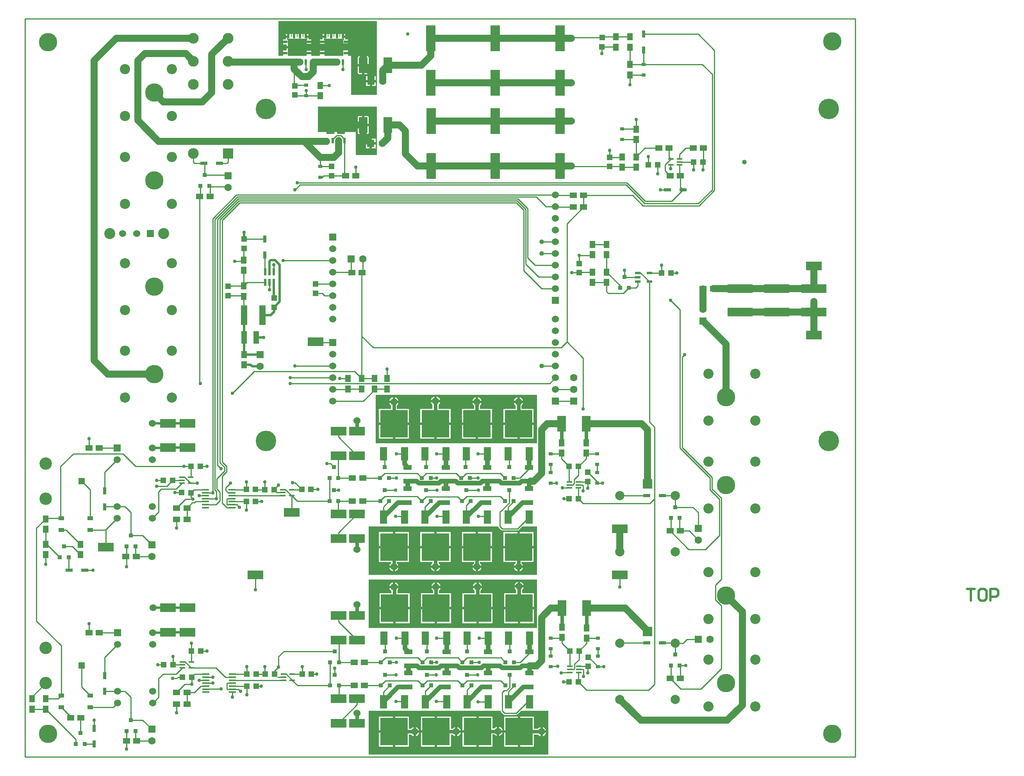
<source format=gtl>
G04*
G04 #@! TF.GenerationSoftware,Altium Limited,CircuitStudio,1.5.1 (13)*
G04*
G04 Layer_Physical_Order=1*
G04 Layer_Color=11767835*
%FSLAX23Y23*%
%MOIN*%
G70*
G01*
G75*
%ADD10R,0.063X0.118*%
%ADD11R,0.236X0.236*%
%ADD12R,0.047X0.050*%
%ADD13R,0.035X0.037*%
%ADD14R,0.035X0.037*%
%ADD15R,0.060X0.050*%
G04:AMPARAMS|DCode=16|XSize=43mil|YSize=70mil|CornerRadius=3mil|HoleSize=0mil|Usage=FLASHONLY|Rotation=90.000|XOffset=0mil|YOffset=0mil|HoleType=Round|Shape=RoundedRectangle|*
%AMROUNDEDRECTD16*
21,1,0.043,0.064,0,0,90.0*
21,1,0.037,0.070,0,0,90.0*
1,1,0.006,0.032,0.018*
1,1,0.006,0.032,-0.018*
1,1,0.006,-0.032,-0.018*
1,1,0.006,-0.032,0.018*
%
%ADD16ROUNDEDRECTD16*%
G04:AMPARAMS|DCode=17|XSize=37mil|YSize=70mil|CornerRadius=3mil|HoleSize=0mil|Usage=FLASHONLY|Rotation=90.000|XOffset=0mil|YOffset=0mil|HoleType=Round|Shape=RoundedRectangle|*
%AMROUNDEDRECTD17*
21,1,0.037,0.065,0,0,90.0*
21,1,0.032,0.070,0,0,90.0*
1,1,0.005,0.032,0.016*
1,1,0.005,0.032,-0.016*
1,1,0.005,-0.032,-0.016*
1,1,0.005,-0.032,0.016*
%
%ADD17ROUNDEDRECTD17*%
G04:AMPARAMS|DCode=18|XSize=75mil|YSize=133mil|CornerRadius=3mil|HoleSize=0mil|Usage=FLASHONLY|Rotation=90.000|XOffset=0mil|YOffset=0mil|HoleType=Round|Shape=RoundedRectangle|*
%AMROUNDEDRECTD18*
21,1,0.075,0.127,0,0,90.0*
21,1,0.070,0.133,0,0,90.0*
1,1,0.005,0.064,0.035*
1,1,0.005,0.064,-0.035*
1,1,0.005,-0.064,-0.035*
1,1,0.005,-0.064,0.035*
%
%ADD18ROUNDEDRECTD18*%
G04:AMPARAMS|DCode=19|XSize=75mil|YSize=133mil|CornerRadius=3mil|HoleSize=0mil|Usage=FLASHONLY|Rotation=0.000|XOffset=0mil|YOffset=0mil|HoleType=Round|Shape=RoundedRectangle|*
%AMROUNDEDRECTD19*
21,1,0.075,0.127,0,0,0.0*
21,1,0.070,0.133,0,0,0.0*
1,1,0.005,0.035,-0.064*
1,1,0.005,-0.035,-0.064*
1,1,0.005,-0.035,0.064*
1,1,0.005,0.035,0.064*
%
%ADD19ROUNDEDRECTD19*%
%ADD20R,0.050X0.047*%
%ADD21R,0.035X0.031*%
G04:AMPARAMS|DCode=22|XSize=47mil|YSize=16mil|CornerRadius=2mil|HoleSize=0mil|Usage=FLASHONLY|Rotation=180.000|XOffset=0mil|YOffset=0mil|HoleType=Round|Shape=RoundedRectangle|*
%AMROUNDEDRECTD22*
21,1,0.047,0.012,0,0,180.0*
21,1,0.043,0.016,0,0,180.0*
1,1,0.004,-0.021,0.006*
1,1,0.004,0.021,0.006*
1,1,0.004,0.021,-0.006*
1,1,0.004,-0.021,-0.006*
%
%ADD22ROUNDEDRECTD22*%
%ADD23R,0.050X0.060*%
%ADD24R,0.063X0.031*%
%ADD25R,0.136X0.073*%
%ADD26R,0.217X0.077*%
%ADD27R,0.047X0.016*%
%ADD28R,0.031X0.063*%
%ADD29R,0.039X0.039*%
%ADD30R,0.024X0.050*%
G04:AMPARAMS|DCode=31|XSize=57mil|YSize=23mil|CornerRadius=3mil|HoleSize=0mil|Usage=FLASHONLY|Rotation=270.000|XOffset=0mil|YOffset=0mil|HoleType=Round|Shape=RoundedRectangle|*
%AMROUNDEDRECTD31*
21,1,0.057,0.017,0,0,270.0*
21,1,0.051,0.023,0,0,270.0*
1,1,0.006,-0.009,-0.026*
1,1,0.006,-0.009,0.026*
1,1,0.006,0.009,0.026*
1,1,0.006,0.009,-0.026*
%
%ADD31ROUNDEDRECTD31*%
G04:AMPARAMS|DCode=32|XSize=58mil|YSize=16mil|CornerRadius=2mil|HoleSize=0mil|Usage=FLASHONLY|Rotation=0.000|XOffset=0mil|YOffset=0mil|HoleType=Round|Shape=RoundedRectangle|*
%AMROUNDEDRECTD32*
21,1,0.058,0.012,0,0,0.0*
21,1,0.054,0.016,0,0,0.0*
1,1,0.004,0.027,-0.006*
1,1,0.004,-0.027,-0.006*
1,1,0.004,-0.027,0.006*
1,1,0.004,0.027,0.006*
%
%ADD32ROUNDEDRECTD32*%
%ADD33R,0.079X0.224*%
%ADD34R,0.047X0.024*%
%ADD35R,0.024X0.050*%
%ADD36R,0.024X0.028*%
%ADD37R,0.161X0.150*%
%ADD38R,0.030X0.023*%
%ADD39R,0.006X0.012*%
%ADD40R,0.055X0.165*%
%ADD41R,0.050X0.107*%
%ADD42R,0.047X0.032*%
%ADD43C,0.030*%
%ADD44C,0.060*%
%ADD45C,0.010*%
%ADD46C,0.020*%
%ADD47C,0.040*%
%ADD48C,0.040*%
%ADD49C,0.063*%
%ADD50R,0.063X0.063*%
%ADD51C,0.087*%
%ADD52C,0.157*%
%ADD53R,0.063X0.063*%
%ADD54C,0.060*%
%ADD55R,0.060X0.060*%
%ADD56C,0.094*%
%ADD57C,0.060*%
%ADD58R,0.060X0.060*%
%ADD59C,0.106*%
%ADD60R,0.056X0.056*%
%ADD61R,0.079X0.079*%
%ADD62C,0.079*%
%ADD63C,0.091*%
%ADD64R,0.091X0.091*%
%ADD65C,0.175*%
%ADD66C,0.030*%
G36*
X4774Y7618D02*
X4557D01*
Y7953D01*
X4534D01*
X4530Y7955D01*
Y7967D01*
X4505D01*
Y7987D01*
X4530D01*
Y7998D01*
X4500D01*
Y8017D01*
X4319D01*
Y7998D01*
X4289D01*
Y7987D01*
X4314D01*
Y7967D01*
X4289D01*
Y7955D01*
X4285Y7953D01*
X4219D01*
X4215Y7955D01*
Y7967D01*
X4190D01*
Y7987D01*
X4215D01*
Y7998D01*
X4185D01*
Y8017D01*
X4004D01*
Y7998D01*
X3974D01*
Y7987D01*
X3999D01*
Y7967D01*
X3974D01*
Y7955D01*
X3970Y7953D01*
X3937D01*
Y8248D01*
X4774D01*
Y7618D01*
D02*
G37*
G36*
X6142Y4771D02*
X6141Y4764D01*
X6141Y4764D01*
Y4646D01*
X4764D01*
Y5059D01*
X6142D01*
Y4771D01*
D02*
G37*
G36*
Y3524D02*
X4705D01*
Y3937D01*
X5811D01*
X5813Y3931D01*
X5816Y3926D01*
X5836Y3907D01*
X5841Y3903D01*
X5846Y3902D01*
X5976D01*
X5982Y3903D01*
X5987Y3907D01*
X6018Y3937D01*
X6142D01*
Y3524D01*
D02*
G37*
G36*
X4774Y7106D02*
X4596D01*
Y7303D01*
X4501D01*
Y7287D01*
X4436D01*
Y7303D01*
X4412D01*
Y7287D01*
X4347D01*
Y7303D01*
X4272D01*
Y7520D01*
X4774D01*
Y7106D01*
D02*
G37*
G36*
X6142Y3167D02*
X6141Y3159D01*
X6141Y3159D01*
Y3071D01*
X4705D01*
Y3484D01*
X6142D01*
Y3167D01*
D02*
G37*
G36*
X6240Y1988D02*
X4705D01*
Y2362D01*
X5831D01*
X5832Y2356D01*
X5836Y2351D01*
X5855Y2332D01*
X5860Y2328D01*
X5866Y2327D01*
X5965D01*
X5970Y2328D01*
X5975Y2332D01*
X6006Y2362D01*
X6240D01*
Y1988D01*
D02*
G37*
%LPC*%
G36*
X6023Y3583D02*
X5994D01*
Y3553D01*
X5995Y3554D01*
X6004Y3558D01*
X6013Y3564D01*
X6019Y3572D01*
X6023Y3582D01*
X6023Y3583D01*
D02*
G37*
G36*
X5049Y3750D02*
X4921D01*
X4793D01*
Y3632D01*
X4896D01*
Y3623D01*
X4893Y3621D01*
X4886Y3613D01*
X4882Y3603D01*
X4882Y3603D01*
X4960D01*
X4960Y3603D01*
X4956Y3613D01*
X4950Y3621D01*
X4947Y3623D01*
Y3632D01*
X5049D01*
Y3750D01*
D02*
G37*
G36*
X5404Y3750D02*
X5276D01*
X5147D01*
Y3632D01*
X5250D01*
Y3623D01*
X5247Y3621D01*
X5241Y3613D01*
X5237Y3603D01*
X5237Y3603D01*
X5315D01*
X5315Y3603D01*
X5311Y3613D01*
X5304Y3621D01*
X5301Y3623D01*
Y3632D01*
X5404D01*
Y3750D01*
D02*
G37*
G36*
X5270Y3460D02*
X5270Y3460D01*
X5260Y3456D01*
X5251Y3449D01*
X5245Y3441D01*
X5241Y3431D01*
X5241Y3431D01*
X5270D01*
Y3460D01*
D02*
G37*
G36*
X4931D02*
Y3431D01*
X4960D01*
X4960Y3431D01*
X4956Y3441D01*
X4950Y3449D01*
X4941Y3456D01*
X4932Y3460D01*
X4931Y3460D01*
D02*
G37*
G36*
X4911D02*
X4911Y3460D01*
X4901Y3456D01*
X4893Y3449D01*
X4886Y3441D01*
X4882Y3431D01*
X4882Y3431D01*
X4911D01*
Y3460D01*
D02*
G37*
G36*
X5319Y3411D02*
X5241D01*
X5241Y3410D01*
X5245Y3401D01*
X5251Y3392D01*
X5255Y3390D01*
Y3366D01*
X5152D01*
Y3248D01*
X5280D01*
Y3238D01*
D01*
Y3248D01*
X5408D01*
Y3366D01*
X5305D01*
Y3390D01*
X5309Y3392D01*
X5315Y3401D01*
X5319Y3410D01*
X5319Y3411D01*
D02*
G37*
G36*
X6117Y3228D02*
X5999D01*
Y3110D01*
X6117D01*
Y3228D01*
D02*
G37*
G36*
X5979D02*
X5861D01*
Y3110D01*
X5979D01*
Y3228D01*
D02*
G37*
G36*
X5673Y3411D02*
X5595D01*
X5595Y3410D01*
X5599Y3401D01*
X5606Y3392D01*
X5609Y3390D01*
Y3366D01*
X5506D01*
Y3248D01*
X5634D01*
X5762D01*
Y3366D01*
X5660D01*
Y3390D01*
X5663Y3392D01*
X5669Y3401D01*
X5673Y3410D01*
X5673Y3411D01*
D02*
G37*
G36*
X6028Y3415D02*
X5950D01*
X5950Y3415D01*
X5954Y3405D01*
X5960Y3397D01*
X5963Y3394D01*
Y3366D01*
X5861D01*
Y3248D01*
X5989D01*
X6117D01*
Y3366D01*
X6014D01*
Y3394D01*
X6017Y3397D01*
X6024Y3405D01*
X6028Y3415D01*
X6028Y3415D01*
D02*
G37*
G36*
X4960Y3411D02*
X4882D01*
X4882Y3410D01*
X4886Y3401D01*
X4893Y3392D01*
X4900Y3387D01*
Y3366D01*
X4798D01*
Y3248D01*
X4926D01*
X5054D01*
Y3366D01*
X4951D01*
Y3394D01*
X4956Y3401D01*
X4960Y3410D01*
X4960Y3411D01*
D02*
G37*
G36*
X4911Y3583D02*
X4882D01*
X4882Y3582D01*
X4886Y3572D01*
X4893Y3564D01*
X4901Y3558D01*
X4911Y3554D01*
X4911Y3553D01*
Y3583D01*
D02*
G37*
G36*
X5620Y3583D02*
X5591D01*
X5591Y3582D01*
X5595Y3572D01*
X5601Y3564D01*
X5610Y3558D01*
X5619Y3554D01*
X5620Y3553D01*
Y3583D01*
D02*
G37*
G36*
X5669D02*
X5640D01*
Y3553D01*
X5640Y3554D01*
X5650Y3558D01*
X5658Y3564D01*
X5665Y3572D01*
X5669Y3582D01*
X5669Y3583D01*
D02*
G37*
G36*
X5315Y3583D02*
X5286D01*
Y3553D01*
X5286Y3554D01*
X5296Y3558D01*
X5304Y3564D01*
X5311Y3572D01*
X5315Y3582D01*
X5315Y3583D01*
D02*
G37*
G36*
X5266D02*
X5237D01*
X5237Y3582D01*
X5241Y3572D01*
X5247Y3564D01*
X5255Y3558D01*
X5265Y3554D01*
X5266Y3553D01*
Y3583D01*
D02*
G37*
G36*
X4960Y3583D02*
X4931D01*
Y3553D01*
X4932Y3554D01*
X4941Y3558D01*
X4950Y3564D01*
X4956Y3572D01*
X4960Y3582D01*
X4960Y3583D01*
D02*
G37*
G36*
X5644Y3460D02*
Y3431D01*
X5673D01*
X5673Y3431D01*
X5669Y3441D01*
X5663Y3449D01*
X5655Y3456D01*
X5645Y3460D01*
X5644Y3460D01*
D02*
G37*
G36*
X5624D02*
X5624Y3460D01*
X5614Y3456D01*
X5606Y3449D01*
X5599Y3441D01*
X5595Y3431D01*
X5595Y3431D01*
X5624D01*
Y3460D01*
D02*
G37*
G36*
X5290D02*
Y3431D01*
X5319D01*
X5319Y3431D01*
X5315Y3441D01*
X5309Y3449D01*
X5300Y3456D01*
X5290Y3460D01*
X5290Y3460D01*
D02*
G37*
G36*
X5999Y3464D02*
Y3435D01*
X6028D01*
X6028Y3436D01*
X6024Y3445D01*
X6017Y3454D01*
X6009Y3460D01*
X5999Y3464D01*
X5999Y3464D01*
D02*
G37*
G36*
X5979D02*
X5978Y3464D01*
X5968Y3460D01*
X5960Y3454D01*
X5954Y3445D01*
X5950Y3436D01*
X5950Y3435D01*
X5979D01*
Y3464D01*
D02*
G37*
G36*
X5974Y3583D02*
X5945D01*
X5945Y3582D01*
X5949Y3572D01*
X5956Y3564D01*
X5964Y3558D01*
X5974Y3554D01*
X5974Y3553D01*
Y3583D01*
D02*
G37*
G36*
X6220Y2175D02*
X6191D01*
Y2146D01*
X6192Y2146D01*
X6201Y2150D01*
X6210Y2157D01*
X6216Y2165D01*
X6220Y2175D01*
X6220Y2175D01*
D02*
G37*
G36*
X6117Y2313D02*
X5999D01*
Y2185D01*
Y2057D01*
X6117D01*
Y2160D01*
X6150D01*
X6153Y2157D01*
X6161Y2150D01*
X6171Y2146D01*
X6171Y2146D01*
Y2185D01*
Y2224D01*
X6171Y2224D01*
X6161Y2220D01*
X6153Y2214D01*
X6150Y2211D01*
X6117D01*
Y2313D01*
D02*
G37*
G36*
X5492Y2175D02*
X5463D01*
Y2146D01*
X5463Y2146D01*
X5473Y2150D01*
X5481Y2157D01*
X5488Y2165D01*
X5492Y2175D01*
X5492Y2175D01*
D02*
G37*
G36*
X5108Y2224D02*
Y2195D01*
X5137D01*
X5137Y2195D01*
X5133Y2205D01*
X5127Y2214D01*
X5119Y2220D01*
X5109Y2224D01*
X5108Y2224D01*
D02*
G37*
G36*
X5848Y2177D02*
X5819D01*
Y2148D01*
X5819Y2148D01*
X5829Y2152D01*
X5838Y2158D01*
X5844Y2167D01*
X5848Y2177D01*
X5848Y2177D01*
D02*
G37*
G36*
X5762Y2313D02*
X5644D01*
Y2185D01*
Y2057D01*
X5762D01*
Y2162D01*
X5778D01*
X5781Y2158D01*
X5789Y2152D01*
X5799Y2148D01*
X5799Y2148D01*
Y2187D01*
Y2226D01*
X5799Y2226D01*
X5789Y2222D01*
X5781Y2216D01*
X5778Y2212D01*
X5762D01*
Y2313D01*
D02*
G37*
G36*
X5408D02*
X5290D01*
Y2185D01*
Y2057D01*
X5408D01*
Y2160D01*
X5422D01*
X5424Y2157D01*
X5433Y2150D01*
X5442Y2146D01*
X5443Y2146D01*
Y2185D01*
Y2224D01*
X5442Y2224D01*
X5433Y2220D01*
X5424Y2214D01*
X5422Y2211D01*
X5408D01*
Y2313D01*
D02*
G37*
G36*
X5624Y2175D02*
X5506D01*
Y2057D01*
X5624D01*
Y2175D01*
D02*
G37*
G36*
X5270Y2175D02*
X5152D01*
Y2057D01*
X5270D01*
Y2175D01*
D02*
G37*
G36*
X4911Y2175D02*
X4793D01*
Y2057D01*
X4911D01*
Y2175D01*
D02*
G37*
G36*
X5137Y2175D02*
X5108D01*
Y2146D01*
X5109Y2146D01*
X5119Y2150D01*
X5127Y2157D01*
X5133Y2165D01*
X5137Y2175D01*
X5137Y2175D01*
D02*
G37*
G36*
X5049Y2313D02*
X4931D01*
Y2185D01*
Y2057D01*
X5049D01*
Y2160D01*
X5068D01*
X5070Y2157D01*
X5078Y2150D01*
X5088Y2146D01*
X5088Y2146D01*
Y2185D01*
Y2224D01*
X5088Y2224D01*
X5078Y2220D01*
X5070Y2214D01*
X5068Y2211D01*
X5049D01*
Y2313D01*
D02*
G37*
G36*
X5979Y2175D02*
X5861D01*
Y2057D01*
X5979D01*
Y2175D01*
D02*
G37*
G36*
X5270Y3228D02*
X5152D01*
Y3110D01*
X5270D01*
Y3228D01*
D02*
G37*
G36*
X5054Y3228D02*
X4936D01*
Y3110D01*
X5054D01*
Y3228D01*
D02*
G37*
G36*
X4916D02*
X4798D01*
Y3110D01*
X4916D01*
Y3228D01*
D02*
G37*
G36*
X5762Y3228D02*
X5644D01*
Y3110D01*
X5762D01*
Y3228D01*
D02*
G37*
G36*
X5624D02*
X5506D01*
Y3110D01*
X5624D01*
Y3228D01*
D02*
G37*
G36*
X5408Y3228D02*
X5290D01*
Y3110D01*
X5408D01*
Y3228D01*
D02*
G37*
G36*
X5819Y2226D02*
Y2197D01*
X5848D01*
X5848Y2197D01*
X5844Y2207D01*
X5838Y2216D01*
X5829Y2222D01*
X5819Y2226D01*
X5819Y2226D01*
D02*
G37*
G36*
X5624Y2313D02*
X5506D01*
Y2195D01*
X5624D01*
Y2313D01*
D02*
G37*
G36*
X6191Y2224D02*
Y2195D01*
X6220D01*
X6220Y2195D01*
X6216Y2205D01*
X6210Y2214D01*
X6201Y2220D01*
X6192Y2224D01*
X6191Y2224D01*
D02*
G37*
G36*
X5463D02*
Y2195D01*
X5492D01*
X5492Y2195D01*
X5488Y2205D01*
X5481Y2214D01*
X5473Y2220D01*
X5463Y2224D01*
X5463Y2224D01*
D02*
G37*
G36*
X5270Y2313D02*
X5152D01*
Y2195D01*
X5270D01*
Y2313D01*
D02*
G37*
G36*
X5979D02*
X5861D01*
Y2195D01*
X5979D01*
Y2313D01*
D02*
G37*
G36*
X4911D02*
X4793D01*
Y2195D01*
X4911D01*
Y2313D01*
D02*
G37*
G36*
X4707Y7352D02*
X4669D01*
Y7286D01*
X4694D01*
X4699Y7287D01*
X4703Y7289D01*
X4706Y7294D01*
X4707Y7298D01*
Y7352D01*
D02*
G37*
G36*
X4649D02*
X4611D01*
Y7298D01*
X4612Y7294D01*
X4615Y7289D01*
X4619Y7287D01*
X4624Y7286D01*
X4649D01*
Y7352D01*
D02*
G37*
G36*
X4764Y7246D02*
X4733D01*
Y7215D01*
X4764D01*
Y7246D01*
D02*
G37*
G36*
X4714Y7726D02*
X4683D01*
Y7695D01*
X4714D01*
Y7726D01*
D02*
G37*
G36*
X4694Y7439D02*
X4669D01*
Y7372D01*
X4707D01*
Y7426D01*
X4706Y7431D01*
X4703Y7435D01*
X4699Y7438D01*
X4694Y7439D01*
D02*
G37*
G36*
X4649D02*
X4624D01*
X4619Y7438D01*
X4615Y7435D01*
X4612Y7431D01*
X4611Y7426D01*
Y7372D01*
X4649D01*
Y7439D01*
D02*
G37*
G36*
X4713Y7246D02*
X4681D01*
Y7215D01*
X4713D01*
Y7246D01*
D02*
G37*
G36*
X5266Y5045D02*
X5265Y5045D01*
X5255Y5041D01*
X5247Y5035D01*
X5241Y5026D01*
X5237Y5017D01*
X5237Y5016D01*
X5266D01*
Y5045D01*
D02*
G37*
G36*
X4931Y5039D02*
Y5010D01*
X4960D01*
X4960Y5010D01*
X4956Y5020D01*
X4950Y5029D01*
X4941Y5035D01*
X4932Y5039D01*
X4931Y5039D01*
D02*
G37*
G36*
X4911D02*
X4911Y5039D01*
X4901Y5035D01*
X4893Y5029D01*
X4886Y5020D01*
X4882Y5010D01*
X4882Y5010D01*
X4911D01*
Y5039D01*
D02*
G37*
G36*
X4764Y7195D02*
X4733D01*
Y7163D01*
X4764D01*
Y7195D01*
D02*
G37*
G36*
X4713D02*
X4681D01*
Y7163D01*
X4713D01*
Y7195D01*
D02*
G37*
G36*
X5286Y5045D02*
Y5016D01*
X5315D01*
X5315Y5017D01*
X5311Y5026D01*
X5304Y5035D01*
X5296Y5041D01*
X5286Y5045D01*
X5286Y5045D01*
D02*
G37*
G36*
X4324Y8140D02*
X4312D01*
Y8126D01*
X4324D01*
Y8140D01*
D02*
G37*
G36*
X4474D02*
X4462D01*
Y8112D01*
X4456D01*
Y8140D01*
X4444D01*
Y8116D01*
X4424D01*
Y8140D01*
X4412D01*
Y8112D01*
X4406D01*
Y8140D01*
X4394D01*
Y8116D01*
X4374D01*
Y8140D01*
X4362D01*
Y8112D01*
X4356D01*
Y8140D01*
X4344D01*
Y8116D01*
X4334D01*
Y8106D01*
X4312D01*
Y8094D01*
X4289D01*
Y8082D01*
X4314D01*
Y8062D01*
X4289D01*
Y8050D01*
X4319D01*
Y8037D01*
X4500D01*
Y8050D01*
X4530D01*
Y8062D01*
X4505D01*
Y8082D01*
X4530D01*
Y8094D01*
X4506D01*
Y8106D01*
X4484D01*
Y8116D01*
X4474D01*
Y8140D01*
D02*
G37*
G36*
X4160D02*
X4148D01*
Y8112D01*
X4142D01*
Y8140D01*
X4130D01*
Y8116D01*
X4110D01*
Y8140D01*
X4098D01*
Y8112D01*
X4092D01*
Y8140D01*
X4080D01*
Y8116D01*
X4060D01*
Y8140D01*
X4048D01*
Y8112D01*
X4042D01*
Y8140D01*
X4030D01*
Y8116D01*
X4020D01*
Y8106D01*
X3998D01*
Y8094D01*
X3974D01*
Y8082D01*
X3999D01*
Y8062D01*
X3974D01*
Y8050D01*
X4004D01*
Y8037D01*
X4185D01*
Y8050D01*
X4215D01*
Y8062D01*
X4190D01*
Y8082D01*
X4215D01*
Y8094D01*
X4192D01*
Y8106D01*
X4170D01*
Y8116D01*
X4160D01*
Y8140D01*
D02*
G37*
G36*
X4192D02*
X4180D01*
Y8126D01*
X4192D01*
Y8140D01*
D02*
G37*
G36*
X4010D02*
X3998D01*
Y8126D01*
X4010D01*
Y8140D01*
D02*
G37*
G36*
X4506D02*
X4494D01*
Y8126D01*
X4506D01*
Y8140D01*
D02*
G37*
G36*
X4694Y7951D02*
X4669D01*
Y7884D01*
X4707D01*
Y7938D01*
X4706Y7943D01*
X4703Y7947D01*
X4699Y7950D01*
X4694Y7951D01*
D02*
G37*
G36*
X4766Y7778D02*
X4734D01*
Y7746D01*
X4766D01*
Y7778D01*
D02*
G37*
G36*
X4714D02*
X4683D01*
Y7746D01*
X4714D01*
Y7778D01*
D02*
G37*
G36*
X4766Y7726D02*
X4734D01*
Y7695D01*
X4766D01*
Y7726D01*
D02*
G37*
G36*
X4649Y7951D02*
X4624D01*
X4619Y7950D01*
X4615Y7947D01*
X4612Y7943D01*
X4611Y7938D01*
Y7884D01*
X4649D01*
Y7951D01*
D02*
G37*
G36*
X4707Y7864D02*
X4669D01*
Y7797D01*
X4694D01*
X4699Y7798D01*
X4703Y7801D01*
X4706Y7805D01*
X4707Y7810D01*
Y7864D01*
D02*
G37*
G36*
X4649D02*
X4611D01*
Y7810D01*
X4612Y7805D01*
X4615Y7801D01*
X4619Y7798D01*
X4624Y7797D01*
X4649D01*
Y7864D01*
D02*
G37*
G36*
X5758Y3888D02*
X5640D01*
Y3770D01*
X5758D01*
Y3888D01*
D02*
G37*
G36*
X5620D02*
X5502D01*
Y3770D01*
X5620D01*
Y3888D01*
D02*
G37*
G36*
X5404D02*
X5286D01*
Y3770D01*
X5404D01*
Y3888D01*
D02*
G37*
G36*
X5266Y4803D02*
X5147D01*
Y4685D01*
X5266D01*
Y4803D01*
D02*
G37*
G36*
X5049Y4803D02*
X4931D01*
Y4685D01*
X5049D01*
Y4803D01*
D02*
G37*
G36*
X4911D02*
X4793D01*
Y4685D01*
X4911D01*
Y4803D01*
D02*
G37*
G36*
X5266Y3888D02*
X5147D01*
Y3770D01*
X5266D01*
Y3888D01*
D02*
G37*
G36*
X5974D02*
X5856D01*
Y3770D01*
X5974D01*
Y3888D01*
D02*
G37*
G36*
X6112Y3750D02*
X5984D01*
X5856D01*
Y3632D01*
X5959D01*
Y3623D01*
X5956Y3621D01*
X5949Y3613D01*
X5945Y3603D01*
X5945Y3603D01*
X6023D01*
X6023Y3603D01*
X6019Y3613D01*
X6013Y3621D01*
X6010Y3623D01*
Y3632D01*
X6112D01*
Y3750D01*
D02*
G37*
G36*
X5758Y3750D02*
X5630D01*
X5502D01*
Y3632D01*
X5604D01*
Y3623D01*
X5601Y3621D01*
X5595Y3613D01*
X5591Y3603D01*
X5591Y3603D01*
X5669D01*
X5669Y3603D01*
X5665Y3613D01*
X5658Y3621D01*
X5655Y3623D01*
Y3632D01*
X5758D01*
Y3750D01*
D02*
G37*
G36*
X5049Y3888D02*
X4931D01*
Y3770D01*
X5049D01*
Y3888D01*
D02*
G37*
G36*
X4911D02*
X4793D01*
Y3770D01*
X4911D01*
Y3888D01*
D02*
G37*
G36*
X6112D02*
X5994D01*
Y3770D01*
X6112D01*
Y3888D01*
D02*
G37*
G36*
X5620Y5039D02*
X5619Y5039D01*
X5610Y5035D01*
X5601Y5029D01*
X5595Y5020D01*
X5591Y5010D01*
X5591Y5010D01*
X5620D01*
Y5039D01*
D02*
G37*
G36*
X5315Y4996D02*
X5237D01*
X5237Y4996D01*
X5241Y4986D01*
X5247Y4978D01*
X5250Y4975D01*
Y4941D01*
X5147D01*
Y4823D01*
X5276D01*
X5404D01*
Y4941D01*
X5301D01*
Y4975D01*
X5304Y4978D01*
X5311Y4986D01*
X5315Y4996D01*
X5315Y4996D01*
D02*
G37*
G36*
X6023Y4990D02*
X5945D01*
X5945Y4990D01*
X5949Y4980D01*
X5956Y4971D01*
X5959Y4969D01*
Y4941D01*
X5856D01*
Y4823D01*
X5984D01*
X6112D01*
Y4941D01*
X6010D01*
Y4969D01*
X6013Y4971D01*
X6019Y4980D01*
X6023Y4990D01*
X6023Y4990D01*
D02*
G37*
G36*
X5994Y5039D02*
Y5010D01*
X6023D01*
X6023Y5010D01*
X6019Y5020D01*
X6013Y5029D01*
X6004Y5035D01*
X5995Y5039D01*
X5994Y5039D01*
D02*
G37*
G36*
X5974D02*
X5974Y5039D01*
X5964Y5035D01*
X5956Y5029D01*
X5949Y5020D01*
X5945Y5010D01*
X5945Y5010D01*
X5974D01*
Y5039D01*
D02*
G37*
G36*
X5640D02*
Y5010D01*
X5669D01*
X5669Y5010D01*
X5665Y5020D01*
X5658Y5029D01*
X5650Y5035D01*
X5640Y5039D01*
X5640Y5039D01*
D02*
G37*
G36*
X4960Y4990D02*
X4882D01*
X4882Y4990D01*
X4886Y4980D01*
X4893Y4971D01*
X4896Y4969D01*
Y4941D01*
X4793D01*
Y4823D01*
X4921D01*
X5049D01*
Y4941D01*
X4947D01*
Y4969D01*
X4950Y4971D01*
X4956Y4980D01*
X4960Y4990D01*
X4960Y4990D01*
D02*
G37*
G36*
X5758Y4803D02*
X5640D01*
Y4685D01*
X5758D01*
Y4803D01*
D02*
G37*
G36*
X5620D02*
X5502D01*
Y4685D01*
X5620D01*
Y4803D01*
D02*
G37*
G36*
X5404Y4803D02*
X5286D01*
Y4685D01*
X5404D01*
Y4803D01*
D02*
G37*
G36*
X5669Y4990D02*
X5591D01*
X5591Y4990D01*
X5595Y4980D01*
X5601Y4971D01*
X5604Y4969D01*
Y4941D01*
X5502D01*
Y4823D01*
X5630D01*
Y4813D01*
D01*
Y4823D01*
X5758D01*
Y4941D01*
X5655D01*
Y4969D01*
X5658Y4971D01*
X5665Y4980D01*
X5669Y4990D01*
X5669Y4990D01*
D02*
G37*
G36*
X6112Y4803D02*
X5994D01*
Y4685D01*
X6112D01*
Y4803D01*
D02*
G37*
G36*
X5974D02*
X5856D01*
Y4685D01*
X5974D01*
Y4803D01*
D02*
G37*
%LPD*%
D10*
X6075Y4557D02*
D03*
X5894D02*
D03*
X5720D02*
D03*
X5539D02*
D03*
X5366D02*
D03*
X5185D02*
D03*
X5012D02*
D03*
X4831D02*
D03*
X5894Y4016D02*
D03*
X6075D02*
D03*
X5539D02*
D03*
X5720D02*
D03*
X5185D02*
D03*
X5366D02*
D03*
X5016Y2982D02*
D03*
X4835D02*
D03*
X5371D02*
D03*
X5189D02*
D03*
X5725D02*
D03*
X5544D02*
D03*
X6079D02*
D03*
X5898D02*
D03*
X4831Y4016D02*
D03*
X5012D02*
D03*
X5898Y2441D02*
D03*
X6079D02*
D03*
X5544D02*
D03*
X5725D02*
D03*
X5189D02*
D03*
X5371D02*
D03*
X4831D02*
D03*
X5012D02*
D03*
D11*
X5984Y4813D02*
D03*
X5630D02*
D03*
X5276D02*
D03*
X4921D02*
D03*
X5984Y3760D02*
D03*
X5630D02*
D03*
X5276D02*
D03*
X4926Y3238D02*
D03*
X5280D02*
D03*
X5634D02*
D03*
X5989D02*
D03*
X4921Y3760D02*
D03*
X5989Y2185D02*
D03*
X5634D02*
D03*
X5280D02*
D03*
X4921D02*
D03*
D12*
X4213Y4252D02*
D03*
X4134Y4252D02*
D03*
X6417Y4449D02*
D03*
X6496Y4449D02*
D03*
X6496Y4173D02*
D03*
X6417Y4173D02*
D03*
X6501Y2874D02*
D03*
X6421Y2874D02*
D03*
X6417Y2608D02*
D03*
X6496Y2608D02*
D03*
X7204Y6100D02*
D03*
X7284Y6100D02*
D03*
X7480Y7047D02*
D03*
X7559Y7047D02*
D03*
X7093Y7022D02*
D03*
X7172Y7022D02*
D03*
X4138Y2677D02*
D03*
X4217Y2677D02*
D03*
X3902Y2675D02*
D03*
X3823Y2675D02*
D03*
X3745Y2677D02*
D03*
X3666Y2677D02*
D03*
X3745Y2573D02*
D03*
X3666Y2573D02*
D03*
X3193Y2874D02*
D03*
X3272Y2874D02*
D03*
X3194Y2650D02*
D03*
X3114Y2650D02*
D03*
X3036Y2756D02*
D03*
X2957Y2756D02*
D03*
X3819Y4250D02*
D03*
X3898Y4250D02*
D03*
X3661Y4252D02*
D03*
X3740Y4252D02*
D03*
X3661Y4148D02*
D03*
X3740Y4148D02*
D03*
X3268Y4449D02*
D03*
X3189Y4449D02*
D03*
X2952Y4331D02*
D03*
X3032Y4331D02*
D03*
X3110Y4225D02*
D03*
X3189Y4224D02*
D03*
D13*
X4409Y4245D02*
D03*
X4372Y4153D02*
D03*
X4409Y4444D02*
D03*
X4372Y4351D02*
D03*
X4841Y4443D02*
D03*
X4803Y4350D02*
D03*
X4843Y4245D02*
D03*
X4805Y4153D02*
D03*
X5197Y4444D02*
D03*
X5159Y4351D02*
D03*
X5197Y4245D02*
D03*
X5159Y4153D02*
D03*
X5531Y4444D02*
D03*
X5494Y4351D02*
D03*
X5539Y4245D02*
D03*
X5502Y4153D02*
D03*
X5906Y4444D02*
D03*
X5868Y4351D02*
D03*
X5906Y4245D02*
D03*
X5868Y4153D02*
D03*
X4847Y2869D02*
D03*
X4810Y2777D02*
D03*
X4847Y2670D02*
D03*
X4810Y2578D02*
D03*
X4414Y2670D02*
D03*
X4376Y2578D02*
D03*
X4414Y2869D02*
D03*
X4376Y2777D02*
D03*
X5544Y2670D02*
D03*
X5506Y2578D02*
D03*
X5544Y2869D02*
D03*
X5506Y2777D02*
D03*
X5910Y2869D02*
D03*
X5873Y2777D02*
D03*
X5201Y2670D02*
D03*
X5164Y2578D02*
D03*
X5201Y2869D02*
D03*
X5164Y2777D02*
D03*
X5910Y2670D02*
D03*
X5873Y2578D02*
D03*
X7323Y2842D02*
D03*
X7285Y2749D02*
D03*
X7323Y4101D02*
D03*
X7285Y4009D02*
D03*
X6851Y5973D02*
D03*
X6888Y6065D02*
D03*
X3307Y6936D02*
D03*
X3270Y6844D02*
D03*
X2677Y3858D02*
D03*
X2640Y3766D02*
D03*
X2106Y3767D02*
D03*
X2069Y3674D02*
D03*
X2677Y2283D02*
D03*
X2640Y2191D02*
D03*
X2244Y2172D02*
D03*
X2207Y2080D02*
D03*
D14*
X4447Y4153D02*
D03*
X4447Y4351D02*
D03*
X4878Y4350D02*
D03*
X4880Y4153D02*
D03*
X5234Y4351D02*
D03*
Y4153D02*
D03*
X5569Y4351D02*
D03*
X5577Y4153D02*
D03*
X5943Y4351D02*
D03*
X5943Y4153D02*
D03*
X4884Y2777D02*
D03*
X4884Y2578D02*
D03*
X4451D02*
D03*
X4451Y2777D02*
D03*
X5581Y2578D02*
D03*
X5581Y2777D02*
D03*
X5947D02*
D03*
X5239Y2578D02*
D03*
Y2777D02*
D03*
X5947Y2578D02*
D03*
X7360Y2749D02*
D03*
Y4009D02*
D03*
X6926Y5973D02*
D03*
X3344Y6844D02*
D03*
X2715Y3766D02*
D03*
X2144Y3674D02*
D03*
X2715Y2191D02*
D03*
X2281Y2080D02*
D03*
D15*
X4654Y4154D02*
D03*
X4567D02*
D03*
X4654Y4350D02*
D03*
X4567D02*
D03*
X7367Y2638D02*
D03*
X7279D02*
D03*
Y3898D02*
D03*
X7367D02*
D03*
X7648Y5965D02*
D03*
X7560D02*
D03*
X7563Y7165D02*
D03*
X7476D02*
D03*
X7279Y6929D02*
D03*
X7367D02*
D03*
X7268Y7165D02*
D03*
X7181D02*
D03*
X4595Y6929D02*
D03*
X4508D02*
D03*
X4563Y6102D02*
D03*
X4650D02*
D03*
X4582Y2776D02*
D03*
X4670D02*
D03*
X4582Y2579D02*
D03*
X4670D02*
D03*
X3154Y2520D02*
D03*
X3066D02*
D03*
X3154Y2421D02*
D03*
X3066D02*
D03*
X2406Y3031D02*
D03*
X2318D02*
D03*
X3066Y4094D02*
D03*
X3154D02*
D03*
X3066Y3996D02*
D03*
X3154D02*
D03*
X2318Y4606D02*
D03*
X2406D02*
D03*
X6540Y6663D02*
D03*
X6452D02*
D03*
Y6762D02*
D03*
X6540D02*
D03*
X3351Y6752D02*
D03*
X3263D02*
D03*
X2721Y3681D02*
D03*
X2633D02*
D03*
X2638Y2106D02*
D03*
X2725D02*
D03*
X2161Y2303D02*
D03*
X2249D02*
D03*
D16*
X5039Y4322D02*
D03*
X5366Y4141D02*
D03*
Y4322D02*
D03*
X5720D02*
D03*
Y4141D02*
D03*
X6075D02*
D03*
Y4322D02*
D03*
X5725Y2566D02*
D03*
Y2747D02*
D03*
X5044D02*
D03*
Y2566D02*
D03*
X5371Y2747D02*
D03*
Y2566D02*
D03*
X6079Y2747D02*
D03*
Y2566D02*
D03*
X5039Y4141D02*
D03*
D17*
Y4441D02*
D03*
X5366Y4259D02*
D03*
Y4441D02*
D03*
X5720D02*
D03*
Y4259D02*
D03*
X6075D02*
D03*
Y4441D02*
D03*
X5725Y2685D02*
D03*
Y2866D02*
D03*
X5044D02*
D03*
Y2685D02*
D03*
X5371Y2866D02*
D03*
Y2685D02*
D03*
X6079Y2866D02*
D03*
Y2685D02*
D03*
X5039Y4259D02*
D03*
D18*
X4606Y3832D02*
D03*
Y4042D02*
D03*
Y4750D02*
D03*
Y4541D02*
D03*
X4449Y4042D02*
D03*
Y3832D02*
D03*
Y4541D02*
D03*
Y4750D02*
D03*
X4606Y2467D02*
D03*
Y2257D02*
D03*
X4449D02*
D03*
Y2467D02*
D03*
X4606Y2966D02*
D03*
Y3176D02*
D03*
X4449D02*
D03*
Y2966D02*
D03*
X3160Y3033D02*
D03*
Y3243D02*
D03*
X2992D02*
D03*
Y3033D02*
D03*
Y4608D02*
D03*
Y4817D02*
D03*
X3160D02*
D03*
Y4608D02*
D03*
D19*
X6561Y4813D02*
D03*
X6352D02*
D03*
X6356Y3238D02*
D03*
X6566D02*
D03*
X4659Y7362D02*
D03*
X4869D02*
D03*
Y7874D02*
D03*
X4659D02*
D03*
D20*
X6575Y4400D02*
D03*
X6575Y4320D02*
D03*
X6579Y2742D02*
D03*
X6579Y2821D02*
D03*
X6501Y6181D02*
D03*
X6501Y6102D02*
D03*
X6762Y7087D02*
D03*
X6762Y7008D02*
D03*
X6698Y8111D02*
D03*
X6697Y8031D02*
D03*
X4390Y7008D02*
D03*
X4390Y6929D02*
D03*
X4075Y7618D02*
D03*
X4075Y7697D02*
D03*
X4252Y5926D02*
D03*
X4252Y6006D02*
D03*
X3504Y5985D02*
D03*
X3504Y5905D02*
D03*
X3898Y5886D02*
D03*
X3898Y5807D02*
D03*
X3642Y6388D02*
D03*
X3642Y6308D02*
D03*
D21*
X6260Y4557D02*
D03*
Y4467D02*
D03*
X6260Y4306D02*
D03*
Y4397D02*
D03*
X6654Y4306D02*
D03*
Y4397D02*
D03*
X6654Y4557D02*
D03*
Y4467D02*
D03*
X6663Y2740D02*
D03*
Y2831D02*
D03*
Y2982D02*
D03*
Y2892D02*
D03*
X6260Y2982D02*
D03*
Y2892D02*
D03*
Y2740D02*
D03*
Y2831D02*
D03*
X6870Y7238D02*
D03*
Y7329D02*
D03*
X7053Y7789D02*
D03*
Y7880D02*
D03*
X4291Y6917D02*
D03*
Y7008D02*
D03*
X4173Y7703D02*
D03*
Y7612D02*
D03*
D22*
X6494Y4266D02*
D03*
Y4291D02*
D03*
Y4317D02*
D03*
X6419D02*
D03*
Y4291D02*
D03*
Y4266D02*
D03*
X6499Y2691D02*
D03*
Y2717D02*
D03*
Y2742D02*
D03*
X6423D02*
D03*
Y2717D02*
D03*
Y2691D02*
D03*
D23*
X6561Y4563D02*
D03*
Y4650D02*
D03*
X6352Y4650D02*
D03*
Y4563D02*
D03*
X6566Y3070D02*
D03*
Y2982D02*
D03*
X6356Y2988D02*
D03*
Y3075D02*
D03*
X6737Y6019D02*
D03*
Y6107D02*
D03*
X6614Y6019D02*
D03*
Y6107D02*
D03*
X6737Y6255D02*
D03*
Y6343D02*
D03*
X6614D02*
D03*
Y6255D02*
D03*
X6988Y7240D02*
D03*
Y7327D02*
D03*
Y7091D02*
D03*
Y7003D02*
D03*
X6870D02*
D03*
Y7091D02*
D03*
X6935Y7791D02*
D03*
Y7878D02*
D03*
Y8115D02*
D03*
Y8027D02*
D03*
X6817D02*
D03*
Y8115D02*
D03*
X4862Y5111D02*
D03*
Y5198D02*
D03*
X4754D02*
D03*
Y5111D02*
D03*
X4646Y5111D02*
D03*
Y5198D02*
D03*
X4528D02*
D03*
Y5111D02*
D03*
X3640Y6122D02*
D03*
Y6210D02*
D03*
Y5989D02*
D03*
Y5901D02*
D03*
X3642Y5316D02*
D03*
Y5404D02*
D03*
X4291Y7614D02*
D03*
Y7701D02*
D03*
X1949Y4000D02*
D03*
Y3913D02*
D03*
Y3784D02*
D03*
Y3696D02*
D03*
X2244Y3784D02*
D03*
Y3696D02*
D03*
X1831Y2377D02*
D03*
Y2465D02*
D03*
X1949D02*
D03*
Y2377D02*
D03*
D24*
X7079Y2943D02*
D03*
X7213D02*
D03*
X7079Y4199D02*
D03*
X7213D02*
D03*
X7256Y6811D02*
D03*
X7390D02*
D03*
X3433Y7037D02*
D03*
X3299D02*
D03*
X2148Y3563D02*
D03*
X2281D02*
D03*
D25*
X8504Y5571D02*
D03*
X4252Y5512D02*
D03*
X6850Y3524D02*
D03*
Y3917D02*
D03*
X3740Y3524D02*
D03*
X4048Y4055D02*
D03*
X8504Y6161D02*
D03*
X2461Y3760D02*
D03*
D26*
X8504Y5767D02*
D03*
Y5966D02*
D03*
X8189Y5767D02*
D03*
Y5966D02*
D03*
X7874Y5767D02*
D03*
Y5966D02*
D03*
D27*
X7360Y7022D02*
D03*
Y7047D02*
D03*
Y7073D02*
D03*
X7285D02*
D03*
Y7022D02*
D03*
X4052Y2675D02*
D03*
Y2624D02*
D03*
X3978D02*
D03*
Y2650D02*
D03*
Y2675D02*
D03*
X3117Y2781D02*
D03*
Y2756D02*
D03*
Y2730D02*
D03*
X3191D02*
D03*
Y2781D02*
D03*
X3973Y4250D02*
D03*
Y4225D02*
D03*
Y4199D02*
D03*
X4048D02*
D03*
Y4250D02*
D03*
X3187Y4356D02*
D03*
Y4305D02*
D03*
X3112D02*
D03*
Y4331D02*
D03*
Y4356D02*
D03*
D28*
X7053Y8004D02*
D03*
Y8138D02*
D03*
X3819Y6388D02*
D03*
Y6254D02*
D03*
X2451Y4238D02*
D03*
Y4104D02*
D03*
Y2663D02*
D03*
Y2530D02*
D03*
X2362Y2079D02*
D03*
Y2213D02*
D03*
D29*
X4469Y7362D02*
D03*
X4380D02*
D03*
D30*
X4499Y7230D02*
D03*
X4449D02*
D03*
X4399D02*
D03*
X4349D02*
D03*
D31*
X3896Y6018D02*
D03*
X3858D02*
D03*
X3821D02*
D03*
Y6108D02*
D03*
X3858D02*
D03*
X3896D02*
D03*
D32*
X3543Y2675D02*
D03*
Y2650D02*
D03*
Y2624D02*
D03*
Y2598D02*
D03*
Y2573D02*
D03*
Y2547D02*
D03*
Y2522D02*
D03*
X3317D02*
D03*
Y2547D02*
D03*
Y2573D02*
D03*
Y2598D02*
D03*
Y2624D02*
D03*
Y2650D02*
D03*
Y2675D02*
D03*
X3538Y4250D02*
D03*
Y4224D02*
D03*
Y4199D02*
D03*
Y4173D02*
D03*
Y4148D02*
D03*
Y4122D02*
D03*
Y4096D02*
D03*
X3312D02*
D03*
Y4122D02*
D03*
Y4148D02*
D03*
Y4173D02*
D03*
Y4199D02*
D03*
Y4224D02*
D03*
Y4250D02*
D03*
D33*
X6339Y7396D02*
D03*
Y7014D02*
D03*
X5787Y7014D02*
D03*
Y7396D02*
D03*
X5239D02*
D03*
Y7014D02*
D03*
X6339Y7722D02*
D03*
Y8104D02*
D03*
X5787Y8104D02*
D03*
Y7722D02*
D03*
X5236D02*
D03*
Y8104D02*
D03*
D34*
X7101Y6100D02*
D03*
Y6026D02*
D03*
X7002D02*
D03*
Y6063D02*
D03*
Y6100D02*
D03*
D35*
X4020Y7900D02*
D03*
X4070D02*
D03*
X4120D02*
D03*
X4170D02*
D03*
X4484D02*
D03*
X4434D02*
D03*
X4384D02*
D03*
X4334D02*
D03*
D36*
X4170Y8116D02*
D03*
X4120D02*
D03*
X4070D02*
D03*
X4020D02*
D03*
X4334D02*
D03*
X4384D02*
D03*
X4434D02*
D03*
X4484D02*
D03*
D37*
X4095Y8027D02*
D03*
X4409D02*
D03*
D38*
X4190Y8072D02*
D03*
X3999D02*
D03*
X3999Y7977D02*
D03*
X4190Y7977D02*
D03*
X4505D02*
D03*
X4314Y7977D02*
D03*
X4314Y8072D02*
D03*
X4505D02*
D03*
D39*
X4011Y8096D02*
D03*
X4178D02*
D03*
X4493D02*
D03*
X4326D02*
D03*
D40*
X3799Y5738D02*
D03*
X3642D02*
D03*
D41*
X3746Y5551D02*
D03*
X3642D02*
D03*
D42*
X2329Y4007D02*
D03*
Y3907D02*
D03*
X2081D02*
D03*
Y4007D02*
D03*
X2329Y2492D02*
D03*
Y2392D02*
D03*
X2081D02*
D03*
Y2492D02*
D03*
D43*
X5989Y2185D02*
X6181D01*
X5632Y2187D02*
X5809D01*
X5632D02*
X5634Y2185D01*
X5328Y2185D02*
X5453D01*
X5277Y2237D02*
X5328Y2185D01*
X5268Y2228D02*
X5277Y2237D01*
X4941Y2205D02*
X4961Y2185D01*
X5098D01*
X5370Y2737D02*
X5371Y2736D01*
X5370Y2737D02*
X5371Y2738D01*
X5369Y2736D02*
X5370Y2737D01*
X6356Y3075D02*
Y3238D01*
X6566Y3070D02*
Y3238D01*
X5723Y2736D02*
X5725Y2738D01*
X5371Y2736D02*
Y2738D01*
X6561Y4645D02*
Y4813D01*
X6352Y4650D02*
Y4813D01*
X7087Y4301D02*
X7087Y4301D01*
X5718Y4310D02*
X5720Y4312D01*
X6073Y4311D02*
X6075Y4312D01*
X5366Y4311D02*
Y4312D01*
X4921Y3593D02*
Y3760D01*
X5276Y3593D02*
Y3760D01*
X5630Y3593D02*
Y3760D01*
X5984Y3593D02*
Y3760D01*
X4606Y3740D02*
Y3832D01*
X5989Y3238D02*
Y3425D01*
X5634Y3238D02*
Y3421D01*
X5280Y3238D02*
Y3421D01*
X4926Y3238D02*
Y3416D01*
X4921Y3421D02*
X4926Y3416D01*
X4606Y3176D02*
Y3268D01*
X4921Y4813D02*
Y5000D01*
X5276Y4813D02*
Y5006D01*
X5630Y4813D02*
Y5000D01*
X5984Y4813D02*
Y5000D01*
X4606Y4750D02*
Y4839D01*
X5359Y2747D02*
X5370Y2737D01*
X5711Y2747D02*
X5723Y2736D01*
X5366Y4311D02*
X5378Y4322D01*
X6065D02*
X6075Y4312D01*
X6084D01*
X5280Y2185D02*
X5295Y2200D01*
X4921Y2185D02*
X4941Y2205D01*
X5268Y2228D02*
X5295Y2200D01*
X4606Y2257D02*
Y2343D01*
D44*
X6181Y4764D02*
X6230Y4813D01*
X6181Y4390D02*
Y4764D01*
X6114Y4323D02*
X6181Y4390D01*
X6085Y4323D02*
X6114D01*
X6230Y4813D02*
X6352D01*
X7756Y3346D02*
X7894Y3209D01*
Y2411D02*
Y3209D01*
X7766Y2283D02*
X7894Y2411D01*
X7028Y2283D02*
X7766D01*
X6850Y2461D02*
X7028Y2283D01*
X6079Y2747D02*
X6140D01*
X6181Y2788D01*
X8504Y5767D02*
Y5856D01*
X6850Y3720D02*
Y3917D01*
X6894Y3238D02*
X7091Y3041D01*
X6566Y3238D02*
X6894D01*
X6181Y3159D02*
X6260Y3238D01*
X6181Y2788D02*
Y3159D01*
X6260Y3238D02*
X6356D01*
X8504Y5571D02*
Y5767D01*
X8189D02*
X8504D01*
X7874D02*
X8189D01*
X8504Y5966D02*
Y6161D01*
X8189Y5966D02*
X8504D01*
X7874D02*
X8189D01*
X7873Y5965D02*
X7874Y5966D01*
X7648Y5965D02*
X7873D01*
X7559Y5789D02*
Y5964D01*
Y5689D02*
X7756Y5492D01*
Y5039D02*
Y5492D01*
X6850Y3917D02*
X6851Y3917D01*
X7087Y4301D02*
Y4764D01*
X7037Y4813D02*
X7087Y4764D01*
X6561Y4813D02*
X7037D01*
X5787Y7014D02*
X6339D01*
X5239D02*
X5787D01*
X4869Y7250D02*
Y7362D01*
X4823Y7205D02*
X4869Y7250D01*
X4659Y7269D02*
X4723Y7205D01*
X4659Y7269D02*
Y7362D01*
X5122Y7014D02*
X5239D01*
X5020Y7116D02*
X5122Y7014D01*
X5020Y7116D02*
Y7313D01*
X4970Y7362D02*
X5020Y7313D01*
X4869Y7362D02*
X4970D01*
X4469D02*
X4659D01*
X4154Y7224D02*
X4344D01*
X2913D02*
X4154D01*
X4291Y7087D01*
X4409D01*
X4449Y7126D01*
Y7230D01*
X2736Y7402D02*
X2913Y7224D01*
X2736Y7402D02*
Y7913D01*
X2795Y7972D01*
X3144D01*
X3209Y7907D01*
X2362Y7913D02*
X2553Y8104D01*
X2362Y5354D02*
Y7913D01*
Y5354D02*
X2480Y5236D01*
X4070Y7840D02*
Y7900D01*
Y7840D02*
X4134Y7776D01*
X6339Y8104D02*
X6339Y8104D01*
X5787Y8104D02*
X6339D01*
X5236D02*
X5787D01*
X4070Y7900D02*
X4120D01*
X4020D02*
X4070D01*
X3511D02*
X4020D01*
X3366Y7967D02*
X3504Y8104D01*
X3366Y7638D02*
Y7967D01*
X3287Y7559D02*
X3366Y7638D01*
X2953Y7559D02*
X3287D01*
X2874Y7638D02*
X2953Y7559D01*
X6339Y7014D02*
X6437D01*
X6339Y8104D02*
X6437D01*
X5236Y7722D02*
X5787D01*
X6339D01*
X6339Y7722D01*
X6437D01*
X5239Y7396D02*
X5787D01*
X6339D01*
X6339Y7396D01*
X6437D01*
X2480Y5236D02*
X2874D01*
X4659Y7874D02*
Y7979D01*
X4606Y8031D02*
X4659Y7979D01*
X4099Y8027D02*
X4409D01*
X4409Y8031D02*
X4606D01*
X4659Y7874D02*
X4724Y7809D01*
Y7736D02*
Y7809D01*
X4824Y7830D02*
X4869Y7874D01*
X4824Y7736D02*
Y7830D01*
X4869Y7874D02*
X5157D01*
X5236Y7953D01*
Y8104D01*
X2553Y8104D02*
X3209D01*
X4134Y7776D02*
X4192D01*
X4232Y7816D01*
Y7900D01*
X4291D01*
X4334D01*
X4384D01*
X4434D01*
X4435D01*
D45*
X4878Y4350D02*
X4941D01*
X4843Y4390D02*
X5121D01*
X4803Y4350D02*
X4843Y4390D01*
X5121D02*
X5159Y4351D01*
X6423Y2691D02*
X6427D01*
X6352D02*
X6423D01*
X6348Y2687D02*
X6352Y2691D01*
X6535Y4941D02*
Y5374D01*
X6398Y5512D02*
X6535Y5374D01*
X3937Y2736D02*
Y2825D01*
X3981Y2869D01*
X3902Y2702D02*
X3937Y2736D01*
X3902Y2675D02*
Y2702D01*
X4055Y4311D02*
X4075D01*
X4134Y4252D01*
X6888Y6065D02*
Y6122D01*
X3051Y4225D02*
X3110D01*
X2894Y4331D02*
X2952D01*
X2894Y4281D02*
X2983D01*
X3032Y4331D01*
X3858Y5955D02*
Y6018D01*
X4414Y2670D02*
Y2726D01*
X3154Y2520D02*
X3219D01*
X3272Y2573D01*
X3317D01*
X3066Y2520D02*
X3135Y2589D01*
X3194D01*
Y2650D01*
X3031Y2638D02*
X3066D01*
X3078Y2650D01*
X6588Y2815D02*
Y2821D01*
Y2815D02*
X6663Y2740D01*
X6579Y2821D02*
X6588D01*
X3066Y4094D02*
X3141Y4169D01*
X3207D01*
X3228Y4148D02*
X3312D01*
X3220Y4139D02*
X3228Y4148D01*
X3199Y4139D02*
X3220D01*
X3154Y4094D02*
X3199Y4139D01*
X3189Y4187D02*
X3207Y4169D01*
X3740Y4148D02*
X3793D01*
X3538Y4199D02*
X3973D01*
X4213Y4252D02*
X4272D01*
X4213Y4252D02*
X4213Y4252D01*
X3268Y4449D02*
X3327D01*
X3268Y4449D02*
X3268Y4449D01*
X3130D02*
X3189D01*
X3189Y4449D01*
X6762Y7087D02*
Y7146D01*
Y7087D02*
X6762Y7087D01*
X3631Y6201D02*
X3640Y6210D01*
X3563Y6201D02*
X3631D01*
X4372Y4153D02*
Y4351D01*
X4410Y4245D02*
X4449D01*
X3661Y4252D02*
Y4317D01*
X7480Y6979D02*
Y7047D01*
X3898Y4252D02*
X3937Y4291D01*
X3898Y4250D02*
Y4252D01*
X3661Y4075D02*
Y4148D01*
X2936Y4255D02*
X3062D01*
X3112Y4305D01*
X3032Y4331D02*
X3112D01*
X4350Y4472D02*
X4381D01*
X4409Y4444D01*
X7053Y8138D02*
X7520D01*
X7657Y8000D01*
Y6807D02*
Y8000D01*
X7524Y6673D02*
X7657Y6807D01*
X7047Y6673D02*
X7524D01*
X6959Y6762D02*
X7047Y6673D01*
X6540Y6762D02*
X6959D01*
X6575Y2687D02*
Y2738D01*
X4595Y7002D02*
X4596Y7003D01*
X4595Y6929D02*
Y7002D01*
X6535Y4238D02*
Y4286D01*
X6530Y4291D02*
X6535Y4286D01*
X6494Y4291D02*
X6530D01*
X6654Y4306D02*
X6703D01*
X6654D02*
Y4321D01*
X6575Y4400D02*
X6654Y4321D01*
X6371Y4173D02*
X6417D01*
X6260Y4306D02*
X6309D01*
X6417Y4319D02*
Y4449D01*
X6459Y4337D02*
X6496Y4374D01*
X6459Y4304D02*
Y4337D01*
X6447Y4291D02*
X6459Y4304D01*
X6419Y4291D02*
X6447D01*
X6496Y4374D02*
Y4449D01*
X6575Y4262D02*
X6575Y4262D01*
X6575Y4262D02*
Y4320D01*
X7441Y3898D02*
X7520Y3819D01*
X7367Y3898D02*
X7441D01*
X7360Y3904D02*
X7367Y3898D01*
X7360Y3904D02*
Y4009D01*
X6850Y3421D02*
Y3524D01*
X6262Y2742D02*
X6319D01*
X6260Y2740D02*
X6262Y2742D01*
X6540Y2657D02*
Y2712D01*
X6535Y2717D02*
X6540Y2712D01*
X6575Y2687D02*
X6579Y2691D01*
X6499Y2717D02*
X6535D01*
X6663Y2740D02*
X6713D01*
X6370Y2608D02*
X6417D01*
X7360Y2749D02*
X7411D01*
X7360D02*
X7367Y2743D01*
Y2638D02*
Y2743D01*
X2318Y3031D02*
Y3106D01*
X2725Y2106D02*
X2854D01*
X2715Y2117D02*
X2725Y2106D01*
X2715Y2117D02*
Y2191D01*
X4217Y2677D02*
X4261D01*
X3819Y2680D02*
Y2740D01*
Y2680D02*
X3821Y2677D01*
X3745D02*
X3821D01*
X3745Y2573D02*
X3789D01*
X3596Y2547D02*
X3612Y2531D01*
X3543Y2547D02*
X3596D01*
X3494D02*
X3543D01*
X3494Y2547D02*
X3494Y2547D01*
X3494Y2547D02*
Y2598D01*
X3543D01*
X3319Y2549D02*
X3445D01*
X3258Y2624D02*
X3317D01*
X3066Y2347D02*
Y2421D01*
X3078Y2650D02*
X3114D01*
X2904Y2756D02*
X2957D01*
X3272Y2874D02*
X3327D01*
X3740Y3396D02*
Y3524D01*
X2721Y3681D02*
X2854D01*
X2715Y3687D02*
X2721Y3681D01*
X2715Y3687D02*
Y3766D01*
X3742Y4250D02*
X3819D01*
Y4317D01*
X3582Y4122D02*
X3602Y4101D01*
X3538Y4122D02*
X3582D01*
X3496D02*
X3538D01*
X3494Y4120D02*
X3496Y4122D01*
X3494Y4120D02*
Y4173D01*
X3494Y4173D01*
X3538D01*
X3258Y4199D02*
X3312D01*
X3066Y3922D02*
Y3996D01*
X2913Y4232D02*
X2936Y4255D01*
X2318Y4606D02*
Y4685D01*
X4460Y5198D02*
X4528D01*
X4862Y5198D02*
Y5279D01*
X4584Y5260D02*
X4646Y5198D01*
X3729Y5260D02*
X4584D01*
X4330Y5906D02*
X4399D01*
X4309Y5926D02*
X4330Y5906D01*
X4252Y5926D02*
X4309D01*
X3896Y6108D02*
Y6161D01*
X3640Y6210D02*
Y6307D01*
X3351Y6837D02*
X3498D01*
X3351Y6752D02*
Y6837D01*
X4291Y7701D02*
X4369D01*
X6697Y8031D02*
X6813D01*
X6697Y7973D02*
Y8031D01*
X6935Y7791D02*
X7052D01*
X6935Y7707D02*
Y7791D01*
X7195Y6811D02*
X7256D01*
X7563Y7051D02*
Y7165D01*
X7559Y6979D02*
Y7047D01*
X7093Y7093D02*
X7096Y7096D01*
X7093Y7022D02*
Y7093D01*
X6762Y7087D02*
X6866D01*
X6988Y7327D02*
Y7411D01*
X6987Y7329D02*
X6988Y7327D01*
X6870Y7329D02*
X6987D01*
X6501Y6250D02*
X6609D01*
X6501Y6181D02*
Y6250D01*
X6888Y6065D02*
X6891Y6063D01*
X7002D01*
X7284Y6100D02*
X7337D01*
X3543Y5073D02*
X3729Y5260D01*
X3189Y4224D02*
X3215Y4250D01*
X3312D01*
X3189Y4187D02*
Y4224D01*
X6496Y4173D02*
X6535Y4134D01*
X7106D01*
X6494Y4317D02*
X6571D01*
X6575Y4320D01*
X4646Y5561D02*
Y6098D01*
Y5198D02*
Y5561D01*
X6540Y6663D02*
Y6762D01*
X6398Y6521D02*
X6540Y6663D01*
X6398Y5512D02*
Y6521D01*
X6348Y5463D02*
X6398Y5512D01*
X4744Y5463D02*
X6348D01*
X4646Y5561D02*
X4744Y5463D01*
X4656Y6108D02*
Y6220D01*
X4646Y5198D02*
X4754D01*
Y5111D02*
X4862D01*
X4754Y5101D02*
Y5111D01*
X4659Y5006D02*
X4754Y5101D01*
X6439Y6102D02*
X6501D01*
X6505Y6107D01*
X6614D01*
X7204Y6100D02*
Y6166D01*
X3981Y2869D02*
X4414D01*
X3193Y2874D02*
Y2940D01*
X3191Y2781D02*
Y2872D01*
X3317Y2650D02*
X3374D01*
X3194Y2650D02*
X3219Y2675D01*
X3317D01*
X3036Y2756D02*
Y2825D01*
Y2756D02*
X3036Y2756D01*
X3117D01*
X3666Y2677D02*
Y2740D01*
X4138Y2677D02*
Y2740D01*
X4138Y2740D01*
X4376Y2578D02*
Y2777D01*
X4099Y2578D02*
X4376D01*
X4052Y2624D02*
X4099Y2578D01*
X4451Y2469D02*
Y2578D01*
X2640Y3687D02*
Y3766D01*
X3642Y6388D02*
X3819D01*
X7285Y3904D02*
Y4009D01*
X4556Y6109D02*
Y6220D01*
Y6109D02*
X4559Y6106D01*
X7101Y6100D02*
X7204D01*
X7002D02*
X7026D01*
X7101Y6026D01*
X7002Y5989D02*
Y6026D01*
X6987Y5973D02*
X7002Y5989D01*
X6926Y5973D02*
X6987D01*
X6614Y6343D02*
X6737D01*
Y6107D02*
Y6255D01*
X6614Y6019D02*
X6737D01*
X6851Y5973D02*
Y5993D01*
X6737Y6107D02*
X6851Y5993D01*
X6878Y5925D02*
X6926Y5973D01*
X6752Y5925D02*
X6878D01*
X6737Y5940D02*
X6752Y5925D01*
X6737Y5940D02*
Y6019D01*
X7285Y2644D02*
Y2749D01*
X7421Y2972D02*
X7520D01*
X7390Y2941D02*
X7421Y2972D01*
X7323Y2941D02*
X7390D01*
X7323Y2842D02*
Y2941D01*
X6499Y2742D02*
X6579D01*
X6496Y2608D02*
Y2688D01*
X6501Y2799D02*
Y2874D01*
X6463Y2762D02*
X6501Y2799D01*
X6463Y2723D02*
Y2762D01*
X6457Y2717D02*
X6463Y2723D01*
X6423Y2717D02*
X6457D01*
X6423Y2717D02*
X6423Y2717D01*
X6421Y2744D02*
Y2874D01*
X6501Y2874D02*
X6566Y2939D01*
Y2982D01*
X6356Y2939D02*
X6421Y2874D01*
X6356Y2939D02*
Y2988D01*
X6663Y2831D02*
Y2892D01*
X6260Y2831D02*
Y2892D01*
X6566Y2982D02*
X6663D01*
X6260D02*
X6351D01*
X5943Y4351D02*
X5995D01*
X6075Y4431D01*
X5947Y2777D02*
X6000D01*
X6079Y2856D01*
X5582Y2776D02*
X5650D01*
Y2982D02*
X5650Y2982D01*
X5725D01*
X5240Y2776D02*
X5285D01*
Y2982D02*
X5285Y2982D01*
X5371D01*
X4885Y2776D02*
X4941D01*
Y2982D02*
X5016D01*
X5640Y2441D02*
X5725D01*
X5544Y2670D02*
X5637D01*
X5282Y2444D02*
X5368D01*
X5201Y2670D02*
X5282D01*
X4938Y2444D02*
X5009D01*
X4847Y2670D02*
X4938D01*
X4449Y3124D02*
Y3176D01*
X5862Y2536D02*
X5884D01*
X5898Y2441D02*
Y2526D01*
X6063Y2441D02*
X6079D01*
X5866Y2343D02*
X5965D01*
X5846Y2362D02*
X5866Y2343D01*
X5846Y2362D02*
Y2520D01*
X5862Y2536D01*
X5884D02*
X5910Y2562D01*
Y2670D01*
X5898Y2526D02*
X5947Y2575D01*
Y2578D01*
X5544Y2441D02*
Y2540D01*
X5581Y2578D01*
X5189Y2441D02*
Y2529D01*
X5239Y2578D01*
X4831Y2441D02*
Y2524D01*
X4884Y2578D01*
X5910Y2869D02*
Y2970D01*
X5544Y2869D02*
Y2982D01*
X5201Y2869D02*
Y2970D01*
X4847Y2869D02*
Y2970D01*
X4606Y2415D02*
Y2467D01*
X4449Y3124D02*
X4606Y2966D01*
X5832Y2618D02*
X5873Y2578D01*
X5547Y2618D02*
X5832D01*
X5506Y2578D02*
X5547Y2618D01*
X5506Y2578D02*
X5511D01*
X5466Y2618D02*
X5506Y2578D01*
X5204Y2618D02*
X5466D01*
X5164Y2578D02*
X5204Y2618D01*
X5124D02*
X5164Y2578D01*
X4850Y2618D02*
X5124D01*
X4810Y2578D02*
X4850Y2618D01*
X5834Y2815D02*
X5873Y2777D01*
X5545Y2815D02*
X5834D01*
X5506Y2777D02*
X5545Y2815D01*
X5468D02*
X5506Y2777D01*
X5202Y2815D02*
X5468D01*
X5164Y2777D02*
X5202Y2815D01*
X5125D02*
X5164Y2777D01*
X4848Y2815D02*
X5125D01*
X4810Y2777D02*
X4848Y2815D01*
X4670Y2579D02*
X4809D01*
X4670Y2776D02*
X4809D01*
X4451Y2578D02*
X4581D01*
X4451Y2777D02*
X4581D01*
X4451D02*
Y2964D01*
X4048Y4250D02*
X4131D01*
X3898Y4250D02*
X3923Y4225D01*
X3973D01*
X4052Y2675D02*
X4136D01*
X3928Y2650D02*
X3978D01*
Y2675D02*
X4001D01*
X4052Y2624D01*
X3543Y2573D02*
X3665D01*
X3543Y2675D02*
X3663D01*
X3140Y2781D02*
X3191Y2730D01*
X3117Y2781D02*
X3140D01*
X2913Y4061D02*
Y4232D01*
X2859Y4006D02*
X2913Y4061D01*
X3154Y2421D02*
Y2520D01*
X3063Y2677D02*
X3117Y2730D01*
X2953Y2677D02*
X3063D01*
X2913Y2638D02*
X2953Y2677D01*
X2913Y2480D02*
Y2638D01*
X2865Y2431D02*
X2913Y2480D01*
X2863Y2431D02*
X2865D01*
X2777Y2283D02*
X2854Y2206D01*
X2677Y2283D02*
X2777D01*
X2677D02*
Y2480D01*
X2626Y2531D02*
X2677Y2480D01*
X2563Y2531D02*
X2626D01*
X2451Y2819D02*
X2563Y2931D01*
X2451Y2663D02*
Y2819D01*
X2991Y3031D02*
X2992Y3033D01*
X2406Y3031D02*
X2563D01*
X2453Y2531D02*
X2563D01*
X2777Y3858D02*
X2854Y3781D01*
X2677Y3858D02*
X2777D01*
X2677D02*
Y4055D01*
X3189Y4358D02*
Y4449D01*
X2406Y4606D02*
X2559D01*
X2991D02*
X2992Y4608D01*
X7520Y3919D02*
Y4055D01*
X7473Y4101D02*
X7520Y4055D01*
X7323Y4101D02*
X7473D01*
X7323D02*
Y4201D01*
X6654Y4397D02*
Y4467D01*
X6496Y4173D02*
Y4264D01*
X6419Y4291D02*
X6419Y4291D01*
X6352Y4514D02*
X6417Y4449D01*
X6352Y4514D02*
Y4563D01*
X6496Y4449D02*
X6561Y4514D01*
Y4563D01*
X6260Y4557D02*
X6347D01*
X6567D02*
X6654D01*
X6260Y4397D02*
Y4467D01*
X5570Y4350D02*
X5640D01*
Y4557D02*
X5640Y4557D01*
X5720D01*
X5235Y4350D02*
X5285D01*
Y4557D02*
X5285Y4557D01*
X5366D01*
X4941Y4557D02*
X4941Y4557D01*
X5012D01*
X5827Y4058D02*
X5906Y4137D01*
X5827Y3937D02*
Y4058D01*
Y3937D02*
X5846Y3917D01*
X5976D01*
X6075Y4016D01*
X5894D02*
Y4101D01*
X5906Y4137D02*
Y4245D01*
X5894Y4101D02*
X5943Y4150D01*
Y4153D01*
X5714Y4023D02*
X5720Y4016D01*
X5643Y4023D02*
X5714D01*
X5539Y4245D02*
X5643D01*
X5359Y4023D02*
X5366Y4016D01*
X5288Y4023D02*
X5359D01*
X5197Y4245D02*
X5288D01*
X5005Y4023D02*
X5012Y4016D01*
X4934Y4023D02*
X5005D01*
X4843Y4245D02*
X4934D01*
X5185Y4103D02*
X5234Y4153D01*
X5185Y4016D02*
Y4103D01*
X4831Y4103D02*
X4880Y4153D01*
X4831Y4016D02*
Y4103D01*
X5539Y4115D02*
X5577Y4153D01*
X5539Y4016D02*
Y4115D01*
X5906Y4444D02*
Y4545D01*
X5531Y4444D02*
Y4549D01*
X5197Y4444D02*
Y4545D01*
X5497Y4346D02*
X5540Y4390D01*
X5494Y4346D02*
X5497D01*
X5452Y4389D02*
X5494Y4346D01*
X5197Y4389D02*
X5452D01*
X5159Y4351D02*
X5197Y4389D01*
X5828Y4193D02*
X5868Y4153D01*
X5542Y4193D02*
X5828D01*
X5502Y4153D02*
X5542Y4193D01*
X5465Y4190D02*
X5502Y4153D01*
X5197Y4190D02*
X5465D01*
X5159Y4153D02*
X5197Y4190D01*
X5119Y4193D02*
X5159Y4153D01*
X4843Y4193D02*
X5119D01*
X4805Y4156D02*
X4843Y4193D01*
X4805Y4153D02*
Y4156D01*
X5830Y4390D02*
X5868Y4351D01*
X5540Y4390D02*
X5830D01*
X5494Y4344D02*
Y4346D01*
X4841Y4443D02*
Y4547D01*
X4654Y4350D02*
X4803D01*
X4654Y4154D02*
X4804D01*
X4447Y4351D02*
X4566D01*
X4447Y4153D02*
X4566D01*
X4449Y3884D02*
X4606Y4042D01*
X4449Y3832D02*
Y3884D01*
X4447Y4044D02*
Y4153D01*
X4449Y4698D02*
Y4750D01*
Y4698D02*
X4606Y4541D01*
X4447Y4351D02*
Y4539D01*
X4048Y4199D02*
X4094Y4153D01*
X4372D01*
X3973Y4250D02*
X3997D01*
X4048Y4199D01*
X3538Y4148D02*
X3661D01*
X3154Y3996D02*
Y4094D01*
X3112Y4356D02*
X3136D01*
X3187Y4305D01*
X2559Y4106D02*
X2626D01*
X2677Y4055D01*
X2451Y4398D02*
X2559Y4506D01*
X2451Y4238D02*
Y4398D01*
X2453Y4106D02*
X2559D01*
X3640Y5740D02*
X3642Y5738D01*
X3640Y5740D02*
Y5901D01*
X3669Y6018D02*
X3821D01*
X3640Y5989D02*
X3669Y6018D01*
X3640Y5989D02*
Y6122D01*
X3819Y6110D02*
Y6254D01*
X7360Y7047D02*
X7480D01*
X7283Y6988D02*
Y7020D01*
X7172Y6946D02*
Y7022D01*
X7236Y6972D02*
X7279Y6929D01*
X7236Y6972D02*
Y7023D01*
X7285Y7073D01*
X7360Y6936D02*
X7367Y6929D01*
X7360Y6936D02*
Y7022D01*
X7411Y7165D02*
X7476D01*
X7360Y7114D02*
X7411Y7165D01*
X7360Y7073D02*
Y7114D01*
X7268Y7090D02*
X7285Y7073D01*
X7268Y7090D02*
Y7165D01*
X7063D02*
X7181D01*
X6988Y7091D02*
X7063Y7165D01*
X6872Y7240D02*
X6988D01*
Y7091D02*
Y7240D01*
X6870Y7003D02*
X6988D01*
X6866Y7008D02*
X6870Y7003D01*
X6762Y7008D02*
X6866D01*
X6756Y7014D02*
X6762Y7008D01*
X4321Y6929D02*
X4390D01*
X4310Y6917D02*
X4321Y6929D01*
X4291Y6917D02*
X4310D01*
X4390Y6929D02*
X4390Y6929D01*
X4508D01*
X4499Y6938D02*
X4508Y6929D01*
X4499Y6938D02*
Y7230D01*
X4291Y7008D02*
X4390D01*
X4291Y7087D02*
X4291Y7087D01*
X4291Y7008D02*
Y7087D01*
X4399Y7230D02*
Y7239D01*
X4432Y7272D01*
X4469D01*
X4499Y7242D01*
Y7230D02*
Y7242D01*
X3504Y7047D02*
Y7120D01*
X3494Y7037D02*
X3504Y7047D01*
X3433Y7037D02*
X3494D01*
X3209Y7047D02*
Y7120D01*
Y7047D02*
X3219Y7037D01*
X3299D01*
X3307Y6936D02*
X3499D01*
X3270Y6758D02*
Y6844D01*
X3307Y6936D02*
Y7030D01*
X4173Y7612D02*
X4290D01*
X4080D02*
X4173D01*
X4080Y7703D02*
X4173D01*
X4070Y7703D02*
Y7840D01*
X4170Y7838D02*
Y7900D01*
X4173Y7612D02*
Y7657D01*
X7053Y7880D02*
Y8004D01*
X7052Y7878D02*
X7053Y7880D01*
X6935Y7878D02*
X7052D01*
X6935D02*
Y8027D01*
X6817Y8115D02*
X6935D01*
X6702D02*
X6817D01*
X6698Y8111D02*
X6702Y8115D01*
X6691Y8104D02*
X6698Y8111D01*
X3508Y5989D02*
X3640D01*
X3504Y5905D02*
X3636D01*
X4528Y5111D02*
X4646D01*
X3538Y4250D02*
X3659D01*
X3973Y4199D02*
X3973Y4199D01*
X3506Y4224D02*
X3538D01*
X3484Y4246D02*
X3506Y4224D01*
X3484Y4246D02*
Y4266D01*
X3524Y4305D01*
X3187D02*
X3242D01*
X2638Y2106D02*
Y2189D01*
X2640Y2191D01*
X7101Y4828D02*
Y6026D01*
Y4828D02*
X7146Y4783D01*
Y4173D02*
Y4783D01*
X7106Y4134D02*
X7146Y4173D01*
Y2591D02*
Y4173D01*
X7094Y2539D02*
X7146Y2591D01*
X6565Y2539D02*
X7094D01*
X6496Y2608D02*
X6565Y2539D01*
X7213Y2943D02*
X7321D01*
X6852D02*
X7079D01*
X7213Y4199D02*
X7321D01*
X6852D02*
X7079D01*
X6358Y4266D02*
X6419D01*
X4258Y5506D02*
X4399D01*
X7053Y7880D02*
X7553D01*
X7638Y6811D02*
Y7795D01*
X7553Y7880D02*
X7638Y7795D01*
X7520Y6693D02*
X7638Y6811D01*
X7063Y6693D02*
X7520D01*
X6902Y6853D02*
X7063Y6693D01*
X4120Y6853D02*
X6902D01*
X4075Y5306D02*
X4399D01*
X7291Y6713D02*
X7390Y6811D01*
X7067Y6713D02*
X7291D01*
X4035Y5206D02*
X4399D01*
X4523Y5106D02*
X4528Y5111D01*
X4399Y5106D02*
X4523D01*
X4399Y5006D02*
X4659D01*
X4399Y6106D02*
X4559D01*
X4252Y6006D02*
X4399D01*
X6299Y5006D02*
X6457D01*
X6299Y5106D02*
X6457D01*
X6251Y5157D02*
X6299Y5206D01*
X4912Y5156D02*
X4913Y5157D01*
X6251D01*
X4035D02*
X4251Y5156D01*
X4912D01*
X3263Y5162D02*
Y6752D01*
Y5162D02*
X3268Y5157D01*
X6181Y5306D02*
X6299D01*
X7637Y4257D02*
X7717Y4178D01*
X7637Y4257D02*
Y4356D01*
X7717Y3487D02*
Y4178D01*
X7665Y3309D02*
X7717Y3258D01*
X7665Y3435D02*
X7717Y3487D01*
X7542Y2549D02*
X7717Y2724D01*
X7665Y3309D02*
Y3435D01*
X7717Y2724D02*
Y3258D01*
X7382Y5384D02*
X7402Y5404D01*
X7382Y4611D02*
X7637Y4356D01*
X7382Y4611D02*
Y5384D01*
X7279Y2638D02*
X7368Y2549D01*
X7542D01*
X3543Y2481D02*
Y2522D01*
Y2481D02*
X3543Y2480D01*
X2638Y2037D02*
Y2106D01*
X7620Y4250D02*
Y4349D01*
Y4250D02*
X7700Y4171D01*
X7362Y4606D02*
Y5787D01*
Y4606D02*
X7620Y4349D01*
X7700Y3861D02*
Y4171D01*
X7579Y3740D02*
X7700Y3861D01*
X7437Y3740D02*
X7579D01*
X7283Y5866D02*
X7362Y5787D01*
X7279Y3898D02*
X7437Y3740D01*
X6029Y6119D02*
Y6635D01*
X6181Y5966D02*
X6299D01*
X3605Y6698D02*
X5966D01*
X6029Y6635D01*
Y6119D02*
X6181Y5966D01*
X3494Y4096D02*
X3538D01*
X3455Y6548D02*
X3605Y6698D01*
X3455Y4486D02*
X3492Y4449D01*
X3455Y4486D02*
Y6548D01*
X3492Y4403D02*
Y4449D01*
X3455Y4366D02*
X3492Y4403D01*
X3455Y4136D02*
X3494Y4096D01*
X3455Y4136D02*
Y4366D01*
X6046Y6176D02*
X6156Y6066D01*
X6046Y6176D02*
Y6642D01*
X6156Y6066D02*
X6299D01*
X3598Y6715D02*
X5973D01*
X6046Y6642D01*
X3435Y4481D02*
X3475Y4442D01*
Y4410D02*
Y4442D01*
X3435Y4155D02*
Y4229D01*
X3435Y6552D02*
X3598Y6715D01*
X3408Y4343D02*
X3475Y4410D01*
X3435Y4481D02*
Y6552D01*
X3408Y4257D02*
Y4343D01*
Y4257D02*
X3435Y4229D01*
X3402Y4122D02*
X3435Y4155D01*
X3312Y4122D02*
X3402D01*
X6063Y6230D02*
Y6649D01*
X5980Y6732D02*
X6063Y6649D01*
Y6230D02*
X6127Y6166D01*
X3415Y6556D02*
X3591Y6732D01*
X5980D01*
X6127Y6166D02*
X6299D01*
X3415Y4459D02*
Y6556D01*
Y4459D02*
X3445Y4429D01*
X2633Y3681D02*
X2638Y3677D01*
Y3593D02*
Y3677D01*
X6181Y6266D02*
X6299D01*
X6181Y6366D02*
X6299D01*
X6302Y6663D02*
X6452D01*
X6135Y6749D02*
X6218Y6666D01*
X3584Y6749D02*
X6135D01*
X6218Y6666D02*
X6299D01*
X3405Y4173D02*
X3406Y4173D01*
X3404Y4175D02*
Y4237D01*
X3391Y4250D02*
X3404Y4237D01*
X3391Y6556D02*
X3584Y6749D01*
X3312Y4173D02*
X3405D01*
X3391Y4250D02*
Y6556D01*
X3317Y2598D02*
X3376D01*
X6304Y6762D02*
X6452D01*
X3577Y6766D02*
X6299D01*
X3374Y6563D02*
X3577Y6766D01*
X3374Y4224D02*
Y6563D01*
X3312Y4224D02*
X3374D01*
X7367Y6834D02*
Y6929D01*
Y6834D02*
X7390Y6811D01*
X3976Y6206D02*
X4399D01*
X4484Y7835D02*
Y7900D01*
X4048Y4055D02*
Y4199D01*
X3482Y2650D02*
X3543D01*
X3402Y2730D02*
X3482Y2650D01*
X3191Y2730D02*
X3402D01*
X6443Y7008D02*
X6762D01*
X6443Y8111D02*
X6698D01*
X3543Y2624D02*
X3978D01*
X3666Y2500D02*
Y2573D01*
X6909Y6870D02*
X7067Y6713D01*
X4094Y6870D02*
X6909D01*
X4078Y6811D02*
X4120Y6853D01*
X4075Y6811D02*
X4078D01*
X5965Y2343D02*
X6063Y2441D01*
X4449Y2257D02*
X4606Y2415D01*
X1949Y3784D02*
Y3913D01*
X2081Y3907D02*
X2121D01*
X2244Y3784D01*
X2106Y3767D02*
X2174D01*
X2244Y3696D01*
X2144Y3567D02*
Y3674D01*
X1949Y3784D02*
X1959D01*
X2069Y3674D01*
X1949Y3612D02*
Y3696D01*
X2256Y4323D02*
X2329Y4250D01*
Y4007D02*
Y4250D01*
Y3907D02*
X2459D01*
X2559Y4006D01*
X2256Y2565D02*
Y2748D01*
Y2565D02*
X2329Y2492D01*
Y2392D02*
X2524D01*
X2563Y2431D01*
X2081Y2392D02*
X2161Y2312D01*
X1831Y2377D02*
X1949D01*
X2207Y2120D01*
Y2080D02*
Y2120D01*
X2244Y2172D02*
Y2299D01*
X2281Y2080D02*
X2361D01*
X1831Y2465D02*
Y2480D01*
X1949Y2598D01*
X2362Y2213D02*
Y2283D01*
X2281Y3563D02*
X2352D01*
X2717Y4449D02*
X3130D01*
X2608Y4557D02*
X2717Y4449D01*
X2185Y4557D02*
X2608D01*
X2077Y4449D02*
X2185Y4557D01*
X1955Y4007D02*
X2077D01*
X1949Y4000D02*
X1955Y4007D01*
X1870Y3922D02*
X1949Y4000D01*
X1870Y3130D02*
Y3922D01*
X2077Y4007D02*
Y4449D01*
X1870Y3130D02*
X2081Y2919D01*
Y2492D02*
Y2919D01*
X1949Y2465D02*
X2054D01*
X2081Y2492D01*
X2461Y3760D02*
Y3906D01*
X1772Y1969D02*
X8858D01*
X1772D02*
Y8268D01*
X8858Y1969D02*
Y8268D01*
X1772D02*
X8858D01*
D46*
X3896Y5889D02*
Y6018D01*
X3947Y5856D02*
Y6170D01*
X3898Y5807D02*
X3947Y5856D01*
X3898Y5768D02*
Y5807D01*
X3858Y6108D02*
Y6201D01*
X3868Y6211D01*
X3906D01*
X3947Y6170D01*
X3746Y5551D02*
X3809D01*
X2864Y3243D02*
X2992D01*
X3160D01*
X2859Y4817D02*
X2992D01*
X3160D01*
X3642Y6388D02*
Y6447D01*
X2992Y3033D02*
X3160D01*
X2863Y3031D02*
X2991D01*
X2992Y4608D02*
X3160D01*
X2859Y4606D02*
X2991D01*
X3642Y5316D02*
X3700D01*
X3712Y5304D01*
X3780D01*
X3642Y5404D02*
X3780D01*
X3642D02*
Y5571D01*
X3868Y5738D02*
X3898Y5768D01*
X3799Y5738D02*
X3868D01*
X3642Y5571D02*
Y5738D01*
X9813Y3402D02*
X9880D01*
X9846D01*
Y3302D01*
X9963Y3402D02*
X9930D01*
X9913Y3385D01*
Y3319D01*
X9930Y3302D01*
X9963D01*
X9980Y3319D01*
Y3385D01*
X9963Y3402D01*
X10013Y3302D02*
Y3402D01*
X10063D01*
X10080Y3385D01*
Y3352D01*
X10063Y3335D01*
X10013D01*
D47*
X6079Y2866D02*
Y2982D01*
X5725Y2866D02*
Y2982D01*
X5371Y2866D02*
Y2982D01*
X5016Y2893D02*
X5044Y2866D01*
X5016Y2893D02*
Y2982D01*
X6075Y4441D02*
Y4557D01*
X5720Y4441D02*
Y4557D01*
X5366Y4441D02*
Y4557D01*
X5012Y4468D02*
X5039Y4441D01*
X5012Y4468D02*
Y4557D01*
X5371Y2685D02*
Y2736D01*
X5044Y2685D02*
Y2738D01*
X5725Y2685D02*
Y2738D01*
X5898Y2441D02*
X6024Y2566D01*
X6079D01*
X5544Y2441D02*
X5669Y2566D01*
X5725D01*
X5189Y2441D02*
X5315Y2566D01*
X5371D01*
X4831Y2441D02*
X4956Y2566D01*
X5044D01*
X6079Y2685D02*
Y2738D01*
X5185Y4016D02*
X5310Y4141D01*
X4831Y4016D02*
X4956Y4141D01*
X5894Y4016D02*
X6019Y4141D01*
X6075D01*
X5539Y4016D02*
X5665Y4141D01*
X5720D01*
X5310D02*
X5366D01*
X4956D02*
X5039D01*
X5720Y4259D02*
Y4312D01*
X5366Y4259D02*
Y4311D01*
X5039Y4259D02*
Y4312D01*
X6075Y4259D02*
Y4312D01*
X5044Y2747D02*
X5118D01*
X5135Y2731D01*
X5304D01*
X5321Y2747D01*
X5461D02*
X5478Y2731D01*
X5668D01*
X5685Y2747D01*
X5827D02*
X5844Y2731D01*
X5999D01*
X6016Y2747D01*
X6078D01*
X5321D02*
X5359D01*
X5371D01*
X5461D01*
X5685D02*
X5711D01*
X5725D01*
X5827D01*
X5039Y4322D02*
X5114D01*
X5131Y4305D01*
X5304D01*
X5321Y4322D01*
X5449D02*
X5465Y4305D01*
X5658D01*
X5675Y4322D01*
X5823D02*
X5839Y4306D01*
X5995D01*
X6012Y4322D01*
X6062D01*
X6063Y4321D01*
X5321Y4322D02*
X5366D01*
X5378D01*
X5449D01*
X5675D02*
X5720D01*
X5823D01*
D48*
X6181Y6366D02*
D03*
Y6266D02*
D03*
Y5306D02*
D03*
X7913Y7047D02*
D03*
D49*
X7620Y2972D02*
D03*
X7520Y3819D02*
D03*
X4823Y7205D02*
D03*
X4656Y6220D02*
D03*
X3780Y5304D02*
D03*
X2854Y3681D02*
D03*
X4824Y7736D02*
D03*
X6457Y5206D02*
D03*
Y5106D02*
D03*
X3504Y6831D02*
D03*
X7559Y5789D02*
D03*
X2854Y2106D02*
D03*
D50*
X7520Y2972D02*
D03*
X4723Y7205D02*
D03*
X4556Y6220D02*
D03*
X4724Y7736D02*
D03*
D51*
X8006Y2398D02*
D03*
Y2798D02*
D03*
X7606Y2398D02*
D03*
Y2798D02*
D03*
X2624Y5436D02*
D03*
Y5036D02*
D03*
X3024Y5436D02*
D03*
Y5036D02*
D03*
X3024Y5784D02*
D03*
Y6184D02*
D03*
X2624Y5784D02*
D03*
Y6184D02*
D03*
X2624Y7090D02*
D03*
Y6690D02*
D03*
X3024Y7090D02*
D03*
Y6690D02*
D03*
Y7438D02*
D03*
Y7838D02*
D03*
X2624Y7438D02*
D03*
Y7838D02*
D03*
X7606Y3546D02*
D03*
Y3146D02*
D03*
X8006Y3546D02*
D03*
Y3146D02*
D03*
X7606Y5239D02*
D03*
Y4839D02*
D03*
X8006Y5239D02*
D03*
Y4839D02*
D03*
X8006Y4091D02*
D03*
Y4491D02*
D03*
X7606Y4091D02*
D03*
Y4491D02*
D03*
D52*
X7756Y2598D02*
D03*
X2874Y5236D02*
D03*
X2874Y5984D02*
D03*
X2874Y6890D02*
D03*
Y7638D02*
D03*
X7756Y3346D02*
D03*
X1969Y2165D02*
D03*
X8661D02*
D03*
Y8075D02*
D03*
X1969Y8071D02*
D03*
X7756Y5039D02*
D03*
X7756Y4291D02*
D03*
D53*
X7520Y3919D02*
D03*
X3780Y5404D02*
D03*
X2854Y3781D02*
D03*
X6457Y5006D02*
D03*
X3504Y6931D02*
D03*
X7559Y5689D02*
D03*
X2854Y2206D02*
D03*
D54*
X2863Y3031D02*
D03*
Y2931D02*
D03*
Y2531D02*
D03*
Y2431D02*
D03*
X2563D02*
D03*
Y2531D02*
D03*
Y2931D02*
D03*
X2559Y4506D02*
D03*
Y4106D02*
D03*
Y4006D02*
D03*
X2859D02*
D03*
Y4106D02*
D03*
Y4506D02*
D03*
Y4606D02*
D03*
X6299Y6766D02*
D03*
Y6666D02*
D03*
Y6566D02*
D03*
Y6466D02*
D03*
Y6366D02*
D03*
Y6266D02*
D03*
Y6166D02*
D03*
Y6066D02*
D03*
Y5966D02*
D03*
Y5706D02*
D03*
Y5606D02*
D03*
Y5506D02*
D03*
Y5406D02*
D03*
Y5306D02*
D03*
Y5206D02*
D03*
Y5106D02*
D03*
X4399Y5706D02*
D03*
Y5806D02*
D03*
Y5906D02*
D03*
Y6006D02*
D03*
Y6106D02*
D03*
Y6206D02*
D03*
Y6306D02*
D03*
Y5006D02*
D03*
Y5106D02*
D03*
Y5206D02*
D03*
Y5306D02*
D03*
Y5406D02*
D03*
X6181Y2185D02*
D03*
X5809Y2187D02*
D03*
X5453Y2185D02*
D03*
X5098D02*
D03*
X6339Y7014D02*
D03*
X5787Y7014D02*
D03*
X5239Y7008D02*
D03*
X4869Y7362D02*
D03*
X5787Y8104D02*
D03*
X5236Y8104D02*
D03*
X4870Y7874D02*
D03*
X6358Y3238D02*
D03*
X6352Y4813D02*
D03*
X6566Y3238D02*
D03*
X6565Y4813D02*
D03*
X2864Y3243D02*
D03*
X2859Y4817D02*
D03*
X8504Y5856D02*
D03*
X4921Y3593D02*
D03*
X5276Y3593D02*
D03*
X5630Y3593D02*
D03*
X5984Y3593D02*
D03*
X4606Y3740D02*
D03*
X5989Y3425D02*
D03*
X5634Y3421D02*
D03*
X5280D02*
D03*
X4921D02*
D03*
X4606Y3268D02*
D03*
X4921Y5000D02*
D03*
X5276Y5006D02*
D03*
X5630Y5000D02*
D03*
X5984D02*
D03*
X4606Y4839D02*
D03*
X6437Y7014D02*
D03*
X6437Y8104D02*
D03*
Y7722D02*
D03*
X6437Y7396D02*
D03*
X4606Y2343D02*
D03*
D55*
X2563Y3031D02*
D03*
X2559Y4606D02*
D03*
X6299Y5866D02*
D03*
Y5006D02*
D03*
X4399Y6406D02*
D03*
Y5506D02*
D03*
D56*
X2497Y6437D02*
D03*
X2954D02*
D03*
D57*
X2607D02*
D03*
X2725D02*
D03*
D58*
X2843D02*
D03*
D59*
X1949Y4173D02*
D03*
Y4472D02*
D03*
Y2898D02*
D03*
Y2598D02*
D03*
D60*
X2256Y4323D02*
D03*
Y2748D02*
D03*
D61*
X7087Y4301D02*
D03*
Y3041D02*
D03*
D62*
X6850Y4201D02*
D03*
Y3720D02*
D03*
X7323D02*
D03*
Y4201D02*
D03*
X6850Y2941D02*
D03*
Y2461D02*
D03*
X7323D02*
D03*
Y2941D02*
D03*
D63*
X3209Y7711D02*
D03*
X3504D02*
D03*
X3209Y7120D02*
D03*
Y7907D02*
D03*
X3504D02*
D03*
X3209Y8104D02*
D03*
X3504D02*
D03*
D64*
Y7120D02*
D03*
D65*
X8631Y7500D02*
D03*
X3828D02*
D03*
X8631Y4666D02*
D03*
X3828D02*
D03*
D66*
X6079Y2746D02*
D03*
X5725D02*
D03*
X5371D02*
D03*
X5044Y2747D02*
D03*
X6075Y4321D02*
D03*
X5720Y4322D02*
D03*
X5366Y4321D02*
D03*
X5039D02*
D03*
X4941Y4350D02*
D03*
X6348Y2687D02*
D03*
X6535Y4941D02*
D03*
X3937Y2736D02*
D03*
X4055Y4311D02*
D03*
X6888Y6122D02*
D03*
X3051Y4225D02*
D03*
X2894Y4331D02*
D03*
X2894Y4281D02*
D03*
X3858Y5955D02*
D03*
X3809Y5551D02*
D03*
X4414Y2726D02*
D03*
X3194Y2589D02*
D03*
X3031Y2638D02*
D03*
X3207Y4169D02*
D03*
X3793Y4148D02*
D03*
X4272Y4252D02*
D03*
X3327Y4449D02*
D03*
X3130D02*
D03*
X6762Y7146D02*
D03*
X3563Y6201D02*
D03*
X4449Y4245D02*
D03*
X3661Y4317D02*
D03*
X7480Y6979D02*
D03*
X3937Y4291D02*
D03*
X3661Y4075D02*
D03*
X4350Y4472D02*
D03*
X4595Y7002D02*
D03*
X6535Y4238D02*
D03*
X6703Y4306D02*
D03*
X6371Y4173D02*
D03*
X6309Y4306D02*
D03*
X6575Y4262D02*
D03*
X6850Y3421D02*
D03*
X6319Y2742D02*
D03*
X6540Y2657D02*
D03*
X6575Y2687D02*
D03*
X6713Y2740D02*
D03*
X6370Y2608D02*
D03*
X7411Y2749D02*
D03*
X2318Y3106D02*
D03*
X4261Y2677D02*
D03*
X3819Y2740D02*
D03*
X3789Y2573D02*
D03*
X3612Y2531D02*
D03*
X3445Y2549D02*
D03*
X3258Y2624D02*
D03*
X3066Y2347D02*
D03*
X2904Y2756D02*
D03*
X3327Y2874D02*
D03*
X3740Y3396D02*
D03*
X3819Y4317D02*
D03*
X3602Y4101D02*
D03*
X3258Y4199D02*
D03*
X3066Y3922D02*
D03*
X2318Y4685D02*
D03*
X4460Y5198D02*
D03*
X4862Y5279D02*
D03*
X3896Y6171D02*
D03*
X4369Y7701D02*
D03*
X6697Y7973D02*
D03*
X6935Y7707D02*
D03*
X7195Y6811D02*
D03*
X7559Y6979D02*
D03*
X7093Y7093D02*
D03*
X6988Y7411D02*
D03*
X6501Y6250D02*
D03*
X7337Y6100D02*
D03*
X3543Y5073D02*
D03*
X6439Y6102D02*
D03*
X7204Y6166D02*
D03*
X3193Y2940D02*
D03*
X3036Y2825D02*
D03*
X3666Y2740D02*
D03*
X4138Y2740D02*
D03*
X3642Y6447D02*
D03*
X5650Y2776D02*
D03*
Y2982D02*
D03*
X5285Y2776D02*
D03*
Y2982D02*
D03*
X4941Y2776D02*
D03*
Y2982D02*
D03*
X5637Y2670D02*
D03*
X5640Y2441D02*
D03*
X5282Y2444D02*
D03*
Y2670D02*
D03*
X4938Y2444D02*
D03*
Y2670D02*
D03*
X5640Y4350D02*
D03*
Y4557D02*
D03*
X5285Y4350D02*
D03*
Y4557D02*
D03*
X4941D02*
D03*
X5643Y4023D02*
D03*
Y4245D02*
D03*
X5288Y4023D02*
D03*
Y4245D02*
D03*
X4934Y4023D02*
D03*
Y4245D02*
D03*
X7283Y6988D02*
D03*
X7172Y6946D02*
D03*
X4173Y7835D02*
D03*
Y7657D02*
D03*
X3524Y4305D02*
D03*
X3242D02*
D03*
X6358Y4266D02*
D03*
X4075Y5306D02*
D03*
X4035Y5206D02*
D03*
Y5157D02*
D03*
X3268D02*
D03*
X7402Y5404D02*
D03*
X3543Y2480D02*
D03*
X2638Y2037D02*
D03*
X7283Y5866D02*
D03*
X3445Y4429D02*
D03*
X2638Y3593D02*
D03*
X3405Y4173D02*
D03*
X3376Y2598D02*
D03*
X3374Y4224D02*
D03*
X3374Y2650D02*
D03*
X3976Y6206D02*
D03*
X4484Y7835D02*
D03*
X3666Y2500D02*
D03*
X4094Y6870D02*
D03*
X4075Y6811D02*
D03*
X4449Y7185D02*
D03*
X3163Y7953D02*
D03*
X3976Y7900D02*
D03*
X3927D02*
D03*
X4291D02*
D03*
X5039Y8140D02*
D03*
X4301Y7224D02*
D03*
X4252D02*
D03*
X3120Y7972D02*
D03*
X4449Y7136D02*
D03*
X4232Y7900D02*
D03*
X1949Y3612D02*
D03*
X2362Y2283D02*
D03*
X2352Y3563D02*
D03*
M02*

</source>
